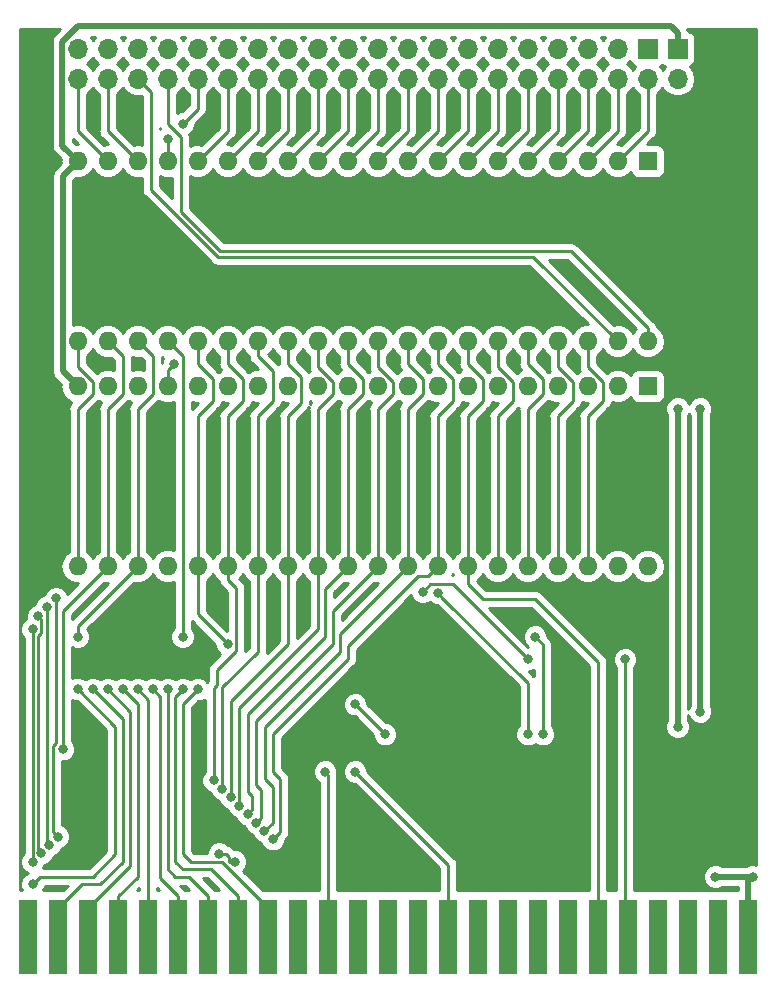
<source format=gbl>
%TF.GenerationSoftware,KiCad,Pcbnew,(5.0.0)*%
%TF.CreationDate,2018-09-17T08:33:24-07:00*%
%TF.ProjectId,6522,363532322E6B696361645F7063620000,0.1*%
%TF.SameCoordinates,PX6b302f8PY7fe6300*%
%TF.FileFunction,Copper,L2,Bot,Signal*%
%TF.FilePolarity,Positive*%
%FSLAX46Y46*%
G04 Gerber Fmt 4.6, Leading zero omitted, Abs format (unit mm)*
G04 Created by KiCad (PCBNEW (5.0.0)) date 09/17/18 08:33:24*
%MOMM*%
%LPD*%
G01*
G04 APERTURE LIST*
%ADD10R,1.524000X6.350000*%
%ADD11R,1.700000X1.700000*%
%ADD12O,1.700000X1.700000*%
%ADD13R,1.600000X1.600000*%
%ADD14O,1.600000X1.600000*%
%ADD15C,0.800000*%
%ADD16C,0.250000*%
%ADD17C,0.500000*%
%ADD18C,0.254000*%
G04 APERTURE END LIST*
D10*
X1397000Y3810000D03*
X3937000Y3810000D03*
X6477000Y3810000D03*
X9017000Y3810000D03*
X11557000Y3810000D03*
X14097000Y3810000D03*
X16637000Y3810000D03*
X19177000Y3810000D03*
X21717000Y3810000D03*
X24257000Y3810000D03*
X26797000Y3810000D03*
X29337000Y3810000D03*
X31877000Y3810000D03*
X34417000Y3810000D03*
X36957000Y3810000D03*
X39497000Y3810000D03*
X42037000Y3810000D03*
X44577000Y3810000D03*
X47117000Y3810000D03*
X49657000Y3810000D03*
X52197000Y3810000D03*
X54737000Y3810000D03*
X57277000Y3810000D03*
X59817000Y3810000D03*
X62357000Y3810000D03*
D11*
X53848000Y78994000D03*
D12*
X53848000Y76454000D03*
X51308000Y78994000D03*
X51308000Y76454000D03*
X48768000Y78994000D03*
X48768000Y76454000D03*
X46228000Y78994000D03*
X46228000Y76454000D03*
X43688000Y78994000D03*
X43688000Y76454000D03*
X41148000Y78994000D03*
X41148000Y76454000D03*
X38608000Y78994000D03*
X38608000Y76454000D03*
X36068000Y78994000D03*
X36068000Y76454000D03*
X33528000Y78994000D03*
X33528000Y76454000D03*
X30988000Y78994000D03*
X30988000Y76454000D03*
X28448000Y78994000D03*
X28448000Y76454000D03*
X25908000Y78994000D03*
X25908000Y76454000D03*
X23368000Y78994000D03*
X23368000Y76454000D03*
X20828000Y78994000D03*
X20828000Y76454000D03*
X18288000Y78994000D03*
X18288000Y76454000D03*
X15748000Y78994000D03*
X15748000Y76454000D03*
X13208000Y78994000D03*
X13208000Y76454000D03*
X10668000Y78994000D03*
X10668000Y76454000D03*
X8128000Y78994000D03*
X8128000Y76454000D03*
X5588000Y78994000D03*
X5588000Y76454000D03*
D13*
X53848000Y69469000D03*
D14*
X5588000Y54229000D03*
X51308000Y69469000D03*
X8128000Y54229000D03*
X48768000Y69469000D03*
X10668000Y54229000D03*
X46228000Y69469000D03*
X13208000Y54229000D03*
X43688000Y69469000D03*
X15748000Y54229000D03*
X41148000Y69469000D03*
X18288000Y54229000D03*
X38608000Y69469000D03*
X20828000Y54229000D03*
X36068000Y69469000D03*
X23368000Y54229000D03*
X33528000Y69469000D03*
X25908000Y54229000D03*
X30988000Y69469000D03*
X28448000Y54229000D03*
X28448000Y69469000D03*
X30988000Y54229000D03*
X25908000Y69469000D03*
X33528000Y54229000D03*
X23368000Y69469000D03*
X36068000Y54229000D03*
X20828000Y69469000D03*
X38608000Y54229000D03*
X18288000Y69469000D03*
X41148000Y54229000D03*
X15748000Y69469000D03*
X43688000Y54229000D03*
X13208000Y69469000D03*
X46228000Y54229000D03*
X10668000Y69469000D03*
X48768000Y54229000D03*
X8128000Y69469000D03*
X51308000Y54229000D03*
X5588000Y69469000D03*
X53848000Y54229000D03*
D11*
X56381542Y78977295D03*
D12*
X56381542Y76437295D03*
D14*
X53848000Y35179000D03*
X5588000Y50419000D03*
X51308000Y35179000D03*
X8128000Y50419000D03*
X48768000Y35179000D03*
X10668000Y50419000D03*
X46228000Y35179000D03*
X13208000Y50419000D03*
X43688000Y35179000D03*
X15748000Y50419000D03*
X41148000Y35179000D03*
X18288000Y50419000D03*
X38608000Y35179000D03*
X20828000Y50419000D03*
X36068000Y35179000D03*
X23368000Y50419000D03*
X33528000Y35179000D03*
X25908000Y50419000D03*
X30988000Y35179000D03*
X28448000Y50419000D03*
X28448000Y35179000D03*
X30988000Y50419000D03*
X25908000Y35179000D03*
X33528000Y50419000D03*
X23368000Y35179000D03*
X36068000Y50419000D03*
X20828000Y35179000D03*
X38608000Y50419000D03*
X18288000Y35179000D03*
X41148000Y50419000D03*
X15748000Y35179000D03*
X43688000Y50419000D03*
X13208000Y35179000D03*
X46228000Y50419000D03*
X10668000Y35179000D03*
X48768000Y50419000D03*
X8128000Y35179000D03*
X51308000Y50419000D03*
X5588000Y35179000D03*
D13*
X53848000Y50419000D03*
D15*
X13753000Y52324000D03*
X13208000Y71374000D03*
X14478000Y72644000D03*
X58293000Y48514000D03*
X58293000Y22860000D03*
X62738000Y8890000D03*
X59563000Y8890000D03*
X56388000Y48514000D03*
X56388000Y21590000D03*
X17557563Y10847827D03*
X18923000Y10160000D03*
X4318000Y19685000D03*
X43688000Y20955000D03*
X36068000Y32929990D03*
X3755115Y32475010D03*
X3920937Y12277294D03*
X2975885Y31750000D03*
X3201005Y11583233D03*
X2250884Y30952884D03*
X2503010Y10867115D03*
X1778000Y10160000D03*
X1778000Y29845000D03*
X1778000Y8255000D03*
X5588000Y24765000D03*
X5588000Y29210000D03*
X34798000Y33020000D03*
X43688000Y27305000D03*
X51943000Y27305000D03*
X29083000Y17780000D03*
X26543000Y17780000D03*
X15748000Y24765000D03*
X14478000Y24765000D03*
X13208000Y24765000D03*
X11938000Y24765000D03*
X10668000Y24765000D03*
X9398000Y24765000D03*
X8128000Y24765000D03*
X6858000Y24765000D03*
X22098000Y12065000D03*
X21390885Y12772115D03*
X20683770Y13479230D03*
X19976655Y14186345D03*
X19269540Y14893460D03*
X18544530Y15600927D03*
X17819520Y16316871D03*
X17094510Y17037414D03*
X44323000Y29210000D03*
X14478000Y29210000D03*
X44958000Y20955000D03*
X31623000Y20955000D03*
X29083000Y23495000D03*
X18288000Y28575000D03*
D16*
X13208000Y51779000D02*
X13753000Y52324000D01*
X13208000Y50419000D02*
X13208000Y51779000D01*
X53848000Y72009000D02*
X53848000Y76454000D01*
X51308000Y69469000D02*
X53848000Y72009000D01*
X51308000Y72009000D02*
X51308000Y76454000D01*
X48768000Y69469000D02*
X51308000Y72009000D01*
X48768000Y72009000D02*
X48768000Y76454000D01*
X46228000Y69469000D02*
X48768000Y72009000D01*
X46228000Y72009000D02*
X46228000Y76454000D01*
X43688000Y69469000D02*
X46228000Y72009000D01*
X43688000Y72009000D02*
X43688000Y76454000D01*
X41148000Y69469000D02*
X43688000Y72009000D01*
X41148000Y72009000D02*
X41148000Y76454000D01*
X38608000Y69469000D02*
X41148000Y72009000D01*
X38608000Y72009000D02*
X38608000Y76454000D01*
X36068000Y69469000D02*
X38608000Y72009000D01*
X36068000Y72009000D02*
X36068000Y76454000D01*
X33528000Y69469000D02*
X36068000Y72009000D01*
X33528000Y72009000D02*
X33528000Y76454000D01*
X30988000Y69469000D02*
X33528000Y72009000D01*
X30988000Y72009000D02*
X30988000Y76454000D01*
X28448000Y69469000D02*
X30988000Y72009000D01*
X28448000Y72009000D02*
X28448000Y76454000D01*
X25908000Y69469000D02*
X28448000Y72009000D01*
X25908000Y72009000D02*
X25908000Y76454000D01*
X23368000Y69469000D02*
X25908000Y72009000D01*
X23368000Y72009000D02*
X23368000Y76454000D01*
X20828000Y69469000D02*
X23368000Y72009000D01*
X20828000Y72009000D02*
X20828000Y76454000D01*
X18288000Y69469000D02*
X20828000Y72009000D01*
X18288000Y72009000D02*
X18288000Y76454000D01*
X15748000Y69469000D02*
X18288000Y72009000D01*
X14478000Y72644000D02*
X15748000Y73914000D01*
X15748000Y73914000D02*
X15748000Y76454000D01*
X13208000Y71374000D02*
X13208000Y69469000D01*
X53848000Y55360370D02*
X47359370Y61849000D01*
X53848000Y54229000D02*
X53848000Y55360370D01*
X47359370Y61849000D02*
X17653000Y61849000D01*
X17653000Y61849000D02*
X14333001Y65168999D01*
X14333001Y71518999D02*
X13208000Y72644000D01*
X14333001Y65168999D02*
X14333001Y71518999D01*
X13208000Y72644000D02*
X13208000Y76454000D01*
X11517999Y75604001D02*
X10668000Y76454000D01*
X11793001Y75328999D02*
X11517999Y75604001D01*
X11793001Y67072589D02*
X11793001Y75328999D01*
X17466599Y61398991D02*
X11793001Y67072589D01*
X44138010Y61398990D02*
X17466599Y61398991D01*
X51308000Y54229000D02*
X44138010Y61398990D01*
X8128000Y72009000D02*
X8128000Y76454000D01*
X10668000Y69469000D02*
X8128000Y72009000D01*
X5588000Y72009000D02*
X5588000Y76454000D01*
X8128000Y69469000D02*
X5588000Y72009000D01*
D17*
X4788001Y68669001D02*
X5588000Y69469000D01*
X4337999Y68218999D02*
X4788001Y68669001D01*
X5588000Y50419000D02*
X4337999Y51669001D01*
X4287999Y79598999D02*
X5588000Y80899000D01*
X56381542Y80327295D02*
X56381542Y78977295D01*
X55809837Y80899000D02*
X56381542Y80327295D01*
X5588000Y80899000D02*
X55809837Y80899000D01*
X58293000Y22860000D02*
X58293000Y48514000D01*
X4337999Y51669001D02*
X4337999Y68218999D01*
X4287999Y70769001D02*
X4287999Y79598999D01*
X5588000Y69469000D02*
X4287999Y70769001D01*
X62357000Y1905000D02*
X62357000Y8509000D01*
X62357000Y8509000D02*
X62738000Y8890000D01*
X59563000Y8890000D02*
X62738000Y8890000D01*
X56388000Y48514000D02*
X56388000Y21590000D01*
D16*
X18416410Y10160000D02*
X18923000Y10160000D01*
X18416410Y10160000D02*
X18416410Y10554665D01*
X18123248Y10847827D02*
X17557563Y10847827D01*
X18416410Y10554665D02*
X18123248Y10847827D01*
X4318000Y31369000D02*
X8128000Y35179000D01*
X4318000Y19685000D02*
X4318000Y31369000D01*
X9398000Y52959000D02*
X8128000Y54229000D01*
X9398000Y49784000D02*
X9398000Y52959000D01*
X8128000Y35179000D02*
X8128000Y48514000D01*
X8128000Y48514000D02*
X9398000Y49784000D01*
X43688000Y20955000D02*
X43688000Y25309990D01*
X36467999Y32529991D02*
X36068000Y32929990D01*
X43688000Y25309990D02*
X36467999Y32529991D01*
X41148000Y35179000D02*
X41148000Y47879000D01*
X41148000Y47879000D02*
X42418000Y49149000D01*
X42418000Y50814002D02*
X41148000Y52084002D01*
X42418000Y49149000D02*
X42418000Y50814002D01*
X3755115Y32475010D02*
X3755115Y20195117D01*
X3755115Y20195117D02*
X3520938Y19960940D01*
X3520938Y12677293D02*
X3920937Y12277294D01*
X3520938Y19960940D02*
X3520938Y12677293D01*
X41148000Y52084002D02*
X41148000Y54229000D01*
X2975885Y11808353D02*
X3201005Y11583233D01*
X2975885Y31750000D02*
X2975885Y11808353D01*
X43688000Y35179000D02*
X43688000Y48514000D01*
X43688000Y48514000D02*
X44958000Y49784000D01*
X44958000Y49784000D02*
X44958000Y51054000D01*
X44958000Y51054000D02*
X43688000Y52324000D01*
X43688000Y52324000D02*
X43688000Y54229000D01*
X2250884Y30952884D02*
X2503002Y30700766D01*
X2250884Y11119241D02*
X2503010Y10867115D01*
X2503002Y29496998D02*
X2250884Y29244880D01*
X2250884Y29244880D02*
X2250884Y11119241D01*
X2503002Y30700766D02*
X2503002Y29496998D01*
X46228000Y35179000D02*
X46228000Y47879000D01*
X46228000Y47879000D02*
X47498000Y49149000D01*
X47498000Y50814002D02*
X46228000Y52084002D01*
X47498000Y49149000D02*
X47498000Y50814002D01*
X46228000Y52084002D02*
X46228000Y54229000D01*
X1778000Y10160000D02*
X1778000Y29845000D01*
X48768000Y35179000D02*
X48768000Y47879000D01*
X48768000Y47879000D02*
X50038000Y49149000D01*
X50038000Y50814002D02*
X48768000Y52084002D01*
X50038000Y49149000D02*
X50038000Y50814002D01*
X48768000Y52084002D02*
X48768000Y54229000D01*
X1778000Y8255000D02*
X2413000Y8890000D01*
X2413000Y8890000D02*
X6858000Y8890000D01*
X6858000Y8890000D02*
X8763000Y10795000D01*
X8763000Y10795000D02*
X8763000Y21590000D01*
X8763000Y21590000D02*
X5588000Y24765000D01*
X5588000Y30099000D02*
X10668000Y35179000D01*
X5588000Y29210000D02*
X5588000Y30099000D01*
X11938000Y52959000D02*
X10668000Y54229000D01*
X11938000Y49784000D02*
X11938000Y52959000D01*
X10668000Y35179000D02*
X10668000Y48514000D01*
X10668000Y48514000D02*
X11938000Y49784000D01*
X34798000Y33020000D02*
X35433000Y33655000D01*
X35433000Y33655000D02*
X36703000Y33655000D01*
X36703000Y33655000D02*
X37338000Y33655000D01*
X37338000Y33655000D02*
X43688000Y27305000D01*
X51943000Y2159000D02*
X52197000Y1905000D01*
X51943000Y27305000D02*
X51943000Y2159000D01*
X5588000Y35179000D02*
X5588000Y48514000D01*
X5588000Y48514000D02*
X6858000Y49784000D01*
X6858000Y50814002D02*
X5588000Y52084002D01*
X6858000Y49784000D02*
X6858000Y50814002D01*
X5588000Y52084002D02*
X5588000Y54229000D01*
X38608000Y35179000D02*
X38608000Y47879000D01*
X38608000Y47879000D02*
X39878000Y49149000D01*
X39878000Y49149000D02*
X39878000Y51054000D01*
X39878000Y51054000D02*
X38608000Y52324000D01*
X38608000Y33655000D02*
X38608000Y35179000D01*
X44323000Y32385000D02*
X39878000Y32385000D01*
X39878000Y32385000D02*
X38608000Y33655000D01*
X49657000Y1905000D02*
X49657000Y27051000D01*
X49657000Y27051000D02*
X44323000Y32385000D01*
X38608000Y52324000D02*
X38608000Y54229000D01*
X36957000Y1905000D02*
X36957000Y9906000D01*
X36957000Y9906000D02*
X29083000Y17780000D01*
X26797000Y1905000D02*
X26797000Y17526000D01*
X26797000Y17526000D02*
X26543000Y17780000D01*
X21717000Y1905000D02*
X21717000Y6223000D01*
X14478000Y23495000D02*
X15348001Y24365001D01*
X21717000Y6223000D02*
X17817175Y10122825D01*
X15150175Y10122825D02*
X14478000Y10795000D01*
X15348001Y24365001D02*
X15748000Y24765000D01*
X14478000Y10795000D02*
X14478000Y23495000D01*
X17817175Y10122825D02*
X15150175Y10122825D01*
X19177000Y7235000D02*
X16887000Y9525000D01*
X19177000Y1905000D02*
X19177000Y7235000D01*
X16887000Y9525000D02*
X14478000Y9525000D01*
X14478000Y9525000D02*
X13843000Y10160000D01*
X13843000Y10160000D02*
X13843000Y24130000D01*
X13843000Y24130000D02*
X14478000Y24765000D01*
X16637000Y7235000D02*
X14982000Y8890000D01*
X16637000Y1905000D02*
X16637000Y7235000D01*
X14982000Y8890000D02*
X13843000Y8890000D01*
X13843000Y8890000D02*
X13208000Y9525000D01*
X13208000Y9525000D02*
X13208000Y24765000D01*
X14097000Y7235000D02*
X12573000Y8759000D01*
X14097000Y1905000D02*
X14097000Y7235000D01*
X12573000Y8759000D02*
X12573000Y24130000D01*
X12573000Y24130000D02*
X11938000Y24765000D01*
X11557000Y1905000D02*
X11557000Y23876000D01*
X11557000Y23876000D02*
X10668000Y24765000D01*
X9017000Y7235000D02*
X10668000Y8886000D01*
X9017000Y1905000D02*
X9017000Y7235000D01*
X10668000Y8886000D02*
X10668000Y22225000D01*
X10668000Y22225000D02*
X10668000Y23495000D01*
X10668000Y23495000D02*
X9398000Y24765000D01*
X6477000Y6223000D02*
X10033000Y9779000D01*
X6477000Y1905000D02*
X6477000Y6223000D01*
X10033000Y9779000D02*
X10033000Y22860000D01*
X10033000Y22860000D02*
X8128000Y24765000D01*
X3937000Y6223000D02*
X5969000Y8255000D01*
X3937000Y1905000D02*
X3937000Y6223000D01*
X5969000Y8255000D02*
X7493000Y8255000D01*
X7493000Y8255000D02*
X9398000Y10160000D01*
X9398000Y10160000D02*
X9398000Y22225000D01*
X9398000Y22225000D02*
X6858000Y24765000D01*
X22098000Y12065000D02*
X22733000Y12700000D01*
X22733000Y12700000D02*
X22733000Y17145000D01*
X22733000Y17145000D02*
X22098000Y17780000D01*
X22098000Y17780000D02*
X22098000Y20955000D01*
X22098000Y20955000D02*
X28448000Y27305000D01*
X36068000Y35179000D02*
X36068000Y47879000D01*
X36068000Y47879000D02*
X37338000Y49149000D01*
X37338000Y49149000D02*
X37338000Y51054000D01*
X37338000Y51054000D02*
X36068000Y52324000D01*
X34393003Y34379001D02*
X35268001Y34379001D01*
X28448000Y28433998D02*
X34393003Y34379001D01*
X35268001Y34379001D02*
X36068000Y35179000D01*
X28448000Y27305000D02*
X28448000Y28433998D01*
X36068000Y52324000D02*
X36068000Y54229000D01*
X33528000Y35179000D02*
X33528000Y48514000D01*
X33528000Y48514000D02*
X34798000Y49784000D01*
X34798000Y49784000D02*
X34798000Y51054000D01*
X34798000Y51054000D02*
X33528000Y52324000D01*
X22098000Y13479230D02*
X22098000Y16510000D01*
X21463000Y17145000D02*
X21463000Y21590000D01*
X21463000Y21590000D02*
X27813000Y27940000D01*
X21390885Y12772115D02*
X22098000Y13479230D01*
X22098000Y16510000D02*
X21463000Y17145000D01*
X27813000Y29464000D02*
X33528000Y35179000D01*
X27813000Y27940000D02*
X27813000Y29464000D01*
X33528000Y52324000D02*
X33528000Y54229000D01*
X21083769Y13879229D02*
X20683770Y13479230D01*
X20683770Y16654230D02*
X21083769Y16254231D01*
X21083769Y16254231D02*
X21083769Y13879229D01*
X27178000Y28575000D02*
X20683770Y22080770D01*
X20683770Y22080770D02*
X20683770Y16654230D01*
X30988000Y35179000D02*
X30988000Y48514000D01*
X30988000Y48514000D02*
X32258000Y49784000D01*
X32258000Y50814002D02*
X30988000Y52084002D01*
X32258000Y49784000D02*
X32258000Y50814002D01*
X27178000Y31369000D02*
X30988000Y35179000D01*
X27178000Y28575000D02*
X27178000Y31369000D01*
X30988000Y52084002D02*
X30988000Y54229000D01*
X20376654Y14586344D02*
X19976655Y14186345D01*
X26543000Y29210000D02*
X19976655Y22643655D01*
X19976655Y22643655D02*
X19976655Y16091345D01*
X19976655Y16091345D02*
X20376654Y15691346D01*
X20376654Y15691346D02*
X20376654Y14586344D01*
X28448000Y35179000D02*
X28448000Y48514000D01*
X28448000Y48514000D02*
X29718000Y49784000D01*
X29718000Y49784000D02*
X29718000Y51054000D01*
X29718000Y51054000D02*
X28448000Y52324000D01*
X26543000Y33274000D02*
X28448000Y35179000D01*
X26543000Y29210000D02*
X26543000Y33274000D01*
X28448000Y52324000D02*
X28448000Y54229000D01*
X19269540Y14893460D02*
X19269540Y23206540D01*
X19269540Y23206540D02*
X25908000Y29845000D01*
X25908000Y35179000D02*
X25908000Y48514000D01*
X25908000Y48514000D02*
X27178000Y49784000D01*
X27178000Y50814002D02*
X25908000Y52084002D01*
X27178000Y49784000D02*
X27178000Y50814002D01*
X25908000Y29845000D02*
X25908000Y35179000D01*
X25908000Y52084002D02*
X25908000Y54229000D01*
X18544530Y15600927D02*
X18544530Y23751530D01*
X23368000Y35179000D02*
X23368000Y47879000D01*
X24493001Y49004001D02*
X24493001Y51198999D01*
X23368000Y47879000D02*
X24493001Y49004001D01*
X24493001Y51198999D02*
X23368000Y52324000D01*
X18544530Y23751530D02*
X23368000Y28575000D01*
X23368000Y28575000D02*
X23368000Y35179000D01*
X23368000Y52324000D02*
X23368000Y54229000D01*
X22098000Y51689000D02*
X20828000Y52959000D01*
X22098000Y49149000D02*
X22098000Y51689000D01*
X20828000Y35179000D02*
X20828000Y47879000D01*
X20828000Y47879000D02*
X22098000Y49149000D01*
X20828000Y27940000D02*
X20828000Y35179000D01*
X17819520Y16316871D02*
X17819520Y24931520D01*
X17819520Y24931520D02*
X20828000Y27940000D01*
X20828000Y52959000D02*
X20828000Y54229000D01*
X17094510Y17037414D02*
X17094510Y24841510D01*
X18288000Y35179000D02*
X18288000Y47879000D01*
X18288000Y47879000D02*
X19558000Y49149000D01*
X19558000Y49149000D02*
X19558000Y51054000D01*
X19558000Y51054000D02*
X18288000Y52324000D01*
X17369510Y25116510D02*
X17369510Y26386510D01*
X17094510Y24841510D02*
X17369510Y25116510D01*
X18288000Y34047630D02*
X18288000Y35179000D01*
X19013001Y33322629D02*
X18288000Y34047630D01*
X19013001Y28030001D02*
X19013001Y33322629D01*
X17369510Y26386510D02*
X19013001Y28030001D01*
X18288000Y52324000D02*
X18288000Y54229000D01*
X14478000Y52959000D02*
X13208000Y54229000D01*
X44958000Y28575000D02*
X44323000Y29210000D01*
X44958000Y20955000D02*
X44958000Y28575000D01*
X14478000Y29210000D02*
X14478000Y52959000D01*
X31623000Y20955000D02*
X29083000Y23495000D01*
X15748000Y31115000D02*
X18288000Y28575000D01*
X15748000Y35179000D02*
X15748000Y47879000D01*
X15748000Y47879000D02*
X17018000Y49149000D01*
X17018000Y49149000D02*
X17018000Y51054000D01*
X17018000Y51054000D02*
X15748000Y52324000D01*
X15748000Y31115000D02*
X15748000Y35179000D01*
X15748000Y52324000D02*
X15748000Y54229000D01*
D18*
G36*
X3723844Y80286422D02*
X3649951Y80237048D01*
X3600577Y80163155D01*
X3600575Y80163153D01*
X3454347Y79944308D01*
X3385662Y79598999D01*
X3403000Y79511834D01*
X3402999Y70856162D01*
X3385662Y70769001D01*
X3402999Y70681840D01*
X3402999Y70681837D01*
X3454347Y70423692D01*
X3649950Y70130952D01*
X3723846Y70081576D01*
X4159983Y69645439D01*
X4124887Y69469000D01*
X4159983Y69292561D01*
X3773844Y68906422D01*
X3699951Y68857048D01*
X3650577Y68783155D01*
X3650575Y68783153D01*
X3504347Y68564308D01*
X3435662Y68218999D01*
X3453000Y68131833D01*
X3452999Y51756162D01*
X3435662Y51669001D01*
X3452999Y51581840D01*
X3452999Y51581837D01*
X3504347Y51323692D01*
X3699950Y51030952D01*
X3773846Y50981576D01*
X4159983Y50595439D01*
X4124887Y50419000D01*
X4236260Y49859091D01*
X4553423Y49384423D01*
X5028091Y49067260D01*
X5043472Y49064201D01*
X5040072Y49061929D01*
X4997672Y48998473D01*
X4997671Y48998472D01*
X4872097Y48810537D01*
X4813112Y48514000D01*
X4828001Y48439148D01*
X4828000Y36397044D01*
X4553423Y36213577D01*
X4236260Y35738909D01*
X4124887Y35179000D01*
X4236260Y34619091D01*
X4553423Y34144423D01*
X5028091Y33827260D01*
X5446667Y33744000D01*
X5618199Y33744000D01*
X4721276Y32847077D01*
X4632546Y33061290D01*
X4341395Y33352441D01*
X3960989Y33510010D01*
X3549241Y33510010D01*
X3168835Y33352441D01*
X2877684Y33061290D01*
X2761839Y32781615D01*
X2389605Y32627431D01*
X2098454Y32336280D01*
X1940885Y31955874D01*
X1940885Y31944754D01*
X1664604Y31830315D01*
X1373453Y31539164D01*
X1215884Y31158758D01*
X1215884Y30747010D01*
X1221035Y30734574D01*
X1191720Y30722431D01*
X900569Y30431280D01*
X743000Y30050874D01*
X743000Y29639126D01*
X900569Y29258720D01*
X1018001Y29141288D01*
X1018000Y10863711D01*
X900569Y10746280D01*
X743000Y10365874D01*
X743000Y9954126D01*
X900569Y9573720D01*
X1191720Y9282569D01*
X1372953Y9207500D01*
X1191720Y9132431D01*
X900569Y8841280D01*
X743000Y8460874D01*
X743000Y8049126D01*
X868144Y7747000D01*
X710000Y7747000D01*
X710000Y80697000D01*
X4134422Y80697000D01*
X3723844Y80286422D01*
X3723844Y80286422D01*
G37*
X3723844Y80286422D02*
X3649951Y80237048D01*
X3600577Y80163155D01*
X3600575Y80163153D01*
X3454347Y79944308D01*
X3385662Y79598999D01*
X3403000Y79511834D01*
X3402999Y70856162D01*
X3385662Y70769001D01*
X3402999Y70681840D01*
X3402999Y70681837D01*
X3454347Y70423692D01*
X3649950Y70130952D01*
X3723846Y70081576D01*
X4159983Y69645439D01*
X4124887Y69469000D01*
X4159983Y69292561D01*
X3773844Y68906422D01*
X3699951Y68857048D01*
X3650577Y68783155D01*
X3650575Y68783153D01*
X3504347Y68564308D01*
X3435662Y68218999D01*
X3453000Y68131833D01*
X3452999Y51756162D01*
X3435662Y51669001D01*
X3452999Y51581840D01*
X3452999Y51581837D01*
X3504347Y51323692D01*
X3699950Y51030952D01*
X3773846Y50981576D01*
X4159983Y50595439D01*
X4124887Y50419000D01*
X4236260Y49859091D01*
X4553423Y49384423D01*
X5028091Y49067260D01*
X5043472Y49064201D01*
X5040072Y49061929D01*
X4997672Y48998473D01*
X4997671Y48998472D01*
X4872097Y48810537D01*
X4813112Y48514000D01*
X4828001Y48439148D01*
X4828000Y36397044D01*
X4553423Y36213577D01*
X4236260Y35738909D01*
X4124887Y35179000D01*
X4236260Y34619091D01*
X4553423Y34144423D01*
X5028091Y33827260D01*
X5446667Y33744000D01*
X5618199Y33744000D01*
X4721276Y32847077D01*
X4632546Y33061290D01*
X4341395Y33352441D01*
X3960989Y33510010D01*
X3549241Y33510010D01*
X3168835Y33352441D01*
X2877684Y33061290D01*
X2761839Y32781615D01*
X2389605Y32627431D01*
X2098454Y32336280D01*
X1940885Y31955874D01*
X1940885Y31944754D01*
X1664604Y31830315D01*
X1373453Y31539164D01*
X1215884Y31158758D01*
X1215884Y30747010D01*
X1221035Y30734574D01*
X1191720Y30722431D01*
X900569Y30431280D01*
X743000Y30050874D01*
X743000Y29639126D01*
X900569Y29258720D01*
X1018001Y29141288D01*
X1018000Y10863711D01*
X900569Y10746280D01*
X743000Y10365874D01*
X743000Y9954126D01*
X900569Y9573720D01*
X1191720Y9282569D01*
X1372953Y9207500D01*
X1191720Y9132431D01*
X900569Y8841280D01*
X743000Y8460874D01*
X743000Y8049126D01*
X868144Y7747000D01*
X710000Y7747000D01*
X710000Y80697000D01*
X4134422Y80697000D01*
X3723844Y80286422D01*
G36*
X63044000Y9883526D02*
X62943874Y9925000D01*
X62532126Y9925000D01*
X62169993Y9775000D01*
X60131007Y9775000D01*
X59768874Y9925000D01*
X59357126Y9925000D01*
X58976720Y9767431D01*
X58685569Y9476280D01*
X58528000Y9095874D01*
X58528000Y8684126D01*
X58685569Y8303720D01*
X58976720Y8012569D01*
X59357126Y7855000D01*
X59768874Y7855000D01*
X60131007Y8005000D01*
X61472001Y8005000D01*
X61472001Y7747000D01*
X52703000Y7747000D01*
X52703000Y26601289D01*
X52820431Y26718720D01*
X52978000Y27099126D01*
X52978000Y27510874D01*
X52820431Y27891280D01*
X52529280Y28182431D01*
X52148874Y28340000D01*
X51737126Y28340000D01*
X51356720Y28182431D01*
X51065569Y27891280D01*
X50908000Y27510874D01*
X50908000Y27099126D01*
X51065569Y26718720D01*
X51183000Y26601289D01*
X51183001Y7747000D01*
X50417000Y7747000D01*
X50417000Y26976154D01*
X50431888Y27051001D01*
X50417000Y27125848D01*
X50417000Y27125852D01*
X50372904Y27347537D01*
X50204929Y27598929D01*
X50141473Y27641329D01*
X44913331Y32869470D01*
X44870929Y32932929D01*
X44619537Y33100904D01*
X44397852Y33145000D01*
X44397847Y33145000D01*
X44323000Y33159888D01*
X44248153Y33145000D01*
X40192802Y33145000D01*
X39373302Y33964499D01*
X39642577Y34144423D01*
X39878000Y34496758D01*
X40113423Y34144423D01*
X40588091Y33827260D01*
X41006667Y33744000D01*
X41289333Y33744000D01*
X41707909Y33827260D01*
X42182577Y34144423D01*
X42418000Y34496758D01*
X42653423Y34144423D01*
X43128091Y33827260D01*
X43546667Y33744000D01*
X43829333Y33744000D01*
X44247909Y33827260D01*
X44722577Y34144423D01*
X44958000Y34496758D01*
X45193423Y34144423D01*
X45668091Y33827260D01*
X46086667Y33744000D01*
X46369333Y33744000D01*
X46787909Y33827260D01*
X47262577Y34144423D01*
X47498000Y34496758D01*
X47733423Y34144423D01*
X48208091Y33827260D01*
X48626667Y33744000D01*
X48909333Y33744000D01*
X49327909Y33827260D01*
X49802577Y34144423D01*
X50038000Y34496758D01*
X50273423Y34144423D01*
X50748091Y33827260D01*
X51166667Y33744000D01*
X51449333Y33744000D01*
X51867909Y33827260D01*
X52342577Y34144423D01*
X52578000Y34496758D01*
X52813423Y34144423D01*
X53288091Y33827260D01*
X53706667Y33744000D01*
X53989333Y33744000D01*
X54407909Y33827260D01*
X54882577Y34144423D01*
X55199740Y34619091D01*
X55311113Y35179000D01*
X55199740Y35738909D01*
X54882577Y36213577D01*
X54407909Y36530740D01*
X53989333Y36614000D01*
X53706667Y36614000D01*
X53288091Y36530740D01*
X52813423Y36213577D01*
X52578000Y35861242D01*
X52342577Y36213577D01*
X51867909Y36530740D01*
X51449333Y36614000D01*
X51166667Y36614000D01*
X50748091Y36530740D01*
X50273423Y36213577D01*
X50038000Y35861242D01*
X49802577Y36213577D01*
X49528000Y36397043D01*
X49528000Y47564199D01*
X50522473Y48558671D01*
X50585929Y48601071D01*
X50665310Y48719874D01*
X55353000Y48719874D01*
X55353000Y48308126D01*
X55503000Y47945993D01*
X55503001Y22158009D01*
X55353000Y21795874D01*
X55353000Y21384126D01*
X55510569Y21003720D01*
X55801720Y20712569D01*
X56182126Y20555000D01*
X56593874Y20555000D01*
X56974280Y20712569D01*
X57265431Y21003720D01*
X57423000Y21384126D01*
X57423000Y21795874D01*
X57273000Y22158007D01*
X57273000Y22617913D01*
X57415569Y22273720D01*
X57706720Y21982569D01*
X58087126Y21825000D01*
X58498874Y21825000D01*
X58879280Y21982569D01*
X59170431Y22273720D01*
X59328000Y22654126D01*
X59328000Y23065874D01*
X59178000Y23428007D01*
X59178000Y47945993D01*
X59328000Y48308126D01*
X59328000Y48719874D01*
X59170431Y49100280D01*
X58879280Y49391431D01*
X58498874Y49549000D01*
X58087126Y49549000D01*
X57706720Y49391431D01*
X57415569Y49100280D01*
X57340500Y48919047D01*
X57265431Y49100280D01*
X56974280Y49391431D01*
X56593874Y49549000D01*
X56182126Y49549000D01*
X55801720Y49391431D01*
X55510569Y49100280D01*
X55353000Y48719874D01*
X50665310Y48719874D01*
X50753904Y48852463D01*
X50794782Y49057972D01*
X51166667Y48984000D01*
X51449333Y48984000D01*
X51867909Y49067260D01*
X52342577Y49384423D01*
X52423215Y49505106D01*
X52449843Y49371235D01*
X52590191Y49161191D01*
X52800235Y49020843D01*
X53048000Y48971560D01*
X54648000Y48971560D01*
X54895765Y49020843D01*
X55105809Y49161191D01*
X55246157Y49371235D01*
X55295440Y49619000D01*
X55295440Y51219000D01*
X55246157Y51466765D01*
X55105809Y51676809D01*
X54895765Y51817157D01*
X54648000Y51866440D01*
X53048000Y51866440D01*
X52800235Y51817157D01*
X52590191Y51676809D01*
X52449843Y51466765D01*
X52423215Y51332894D01*
X52342577Y51453577D01*
X51867909Y51770740D01*
X51449333Y51854000D01*
X51166667Y51854000D01*
X50748091Y51770740D01*
X50393197Y51533607D01*
X49528000Y52398803D01*
X49528000Y53010957D01*
X49802577Y53194423D01*
X50038000Y53546758D01*
X50273423Y53194423D01*
X50748091Y52877260D01*
X51166667Y52794000D01*
X51449333Y52794000D01*
X51867909Y52877260D01*
X52342577Y53194423D01*
X52578000Y53546758D01*
X52813423Y53194423D01*
X53288091Y52877260D01*
X53706667Y52794000D01*
X53989333Y52794000D01*
X54407909Y52877260D01*
X54882577Y53194423D01*
X55199740Y53669091D01*
X55311113Y54229000D01*
X55199740Y54788909D01*
X54882577Y55263577D01*
X54605288Y55448855D01*
X54563904Y55656907D01*
X54395929Y55908299D01*
X54332473Y55950699D01*
X47949701Y62333470D01*
X47907299Y62396929D01*
X47655907Y62564904D01*
X47434222Y62609000D01*
X47434217Y62609000D01*
X47359370Y62623888D01*
X47284523Y62609000D01*
X17967802Y62609000D01*
X15093001Y65483800D01*
X15093001Y68180797D01*
X15188091Y68117260D01*
X15606667Y68034000D01*
X15889333Y68034000D01*
X16307909Y68117260D01*
X16782577Y68434423D01*
X17018000Y68786758D01*
X17253423Y68434423D01*
X17728091Y68117260D01*
X18146667Y68034000D01*
X18429333Y68034000D01*
X18847909Y68117260D01*
X19322577Y68434423D01*
X19558000Y68786758D01*
X19793423Y68434423D01*
X20268091Y68117260D01*
X20686667Y68034000D01*
X20969333Y68034000D01*
X21387909Y68117260D01*
X21862577Y68434423D01*
X22098000Y68786758D01*
X22333423Y68434423D01*
X22808091Y68117260D01*
X23226667Y68034000D01*
X23509333Y68034000D01*
X23927909Y68117260D01*
X24402577Y68434423D01*
X24638000Y68786758D01*
X24873423Y68434423D01*
X25348091Y68117260D01*
X25766667Y68034000D01*
X26049333Y68034000D01*
X26467909Y68117260D01*
X26942577Y68434423D01*
X27178000Y68786758D01*
X27413423Y68434423D01*
X27888091Y68117260D01*
X28306667Y68034000D01*
X28589333Y68034000D01*
X29007909Y68117260D01*
X29482577Y68434423D01*
X29718000Y68786758D01*
X29953423Y68434423D01*
X30428091Y68117260D01*
X30846667Y68034000D01*
X31129333Y68034000D01*
X31547909Y68117260D01*
X32022577Y68434423D01*
X32258000Y68786758D01*
X32493423Y68434423D01*
X32968091Y68117260D01*
X33386667Y68034000D01*
X33669333Y68034000D01*
X34087909Y68117260D01*
X34562577Y68434423D01*
X34798000Y68786758D01*
X35033423Y68434423D01*
X35508091Y68117260D01*
X35926667Y68034000D01*
X36209333Y68034000D01*
X36627909Y68117260D01*
X37102577Y68434423D01*
X37338000Y68786758D01*
X37573423Y68434423D01*
X38048091Y68117260D01*
X38466667Y68034000D01*
X38749333Y68034000D01*
X39167909Y68117260D01*
X39642577Y68434423D01*
X39878000Y68786758D01*
X40113423Y68434423D01*
X40588091Y68117260D01*
X41006667Y68034000D01*
X41289333Y68034000D01*
X41707909Y68117260D01*
X42182577Y68434423D01*
X42418000Y68786758D01*
X42653423Y68434423D01*
X43128091Y68117260D01*
X43546667Y68034000D01*
X43829333Y68034000D01*
X44247909Y68117260D01*
X44722577Y68434423D01*
X44958000Y68786758D01*
X45193423Y68434423D01*
X45668091Y68117260D01*
X46086667Y68034000D01*
X46369333Y68034000D01*
X46787909Y68117260D01*
X47262577Y68434423D01*
X47498000Y68786758D01*
X47733423Y68434423D01*
X48208091Y68117260D01*
X48626667Y68034000D01*
X48909333Y68034000D01*
X49327909Y68117260D01*
X49802577Y68434423D01*
X50038000Y68786758D01*
X50273423Y68434423D01*
X50748091Y68117260D01*
X51166667Y68034000D01*
X51449333Y68034000D01*
X51867909Y68117260D01*
X52342577Y68434423D01*
X52423215Y68555106D01*
X52449843Y68421235D01*
X52590191Y68211191D01*
X52800235Y68070843D01*
X53048000Y68021560D01*
X54648000Y68021560D01*
X54895765Y68070843D01*
X55105809Y68211191D01*
X55246157Y68421235D01*
X55295440Y68669000D01*
X55295440Y70269000D01*
X55246157Y70516765D01*
X55105809Y70726809D01*
X54895765Y70867157D01*
X54648000Y70916440D01*
X53830243Y70916440D01*
X54332476Y71418673D01*
X54395929Y71461071D01*
X54438327Y71524524D01*
X54438329Y71524526D01*
X54563903Y71712462D01*
X54563904Y71712463D01*
X54608000Y71934148D01*
X54608000Y71934152D01*
X54622888Y72008999D01*
X54608000Y72083846D01*
X54608000Y75175822D01*
X54918625Y75383375D01*
X55109190Y75668576D01*
X55310917Y75366670D01*
X55802124Y75038456D01*
X56235286Y74952295D01*
X56527798Y74952295D01*
X56960960Y75038456D01*
X57452167Y75366670D01*
X57780381Y75857877D01*
X57895634Y76437295D01*
X57780381Y77016713D01*
X57452167Y77507920D01*
X57433923Y77520111D01*
X57479307Y77529138D01*
X57689351Y77669486D01*
X57829699Y77879530D01*
X57878982Y78127295D01*
X57878982Y79827295D01*
X57829699Y80075060D01*
X57689351Y80285104D01*
X57479307Y80425452D01*
X57255501Y80469969D01*
X57215194Y80672605D01*
X57198894Y80697000D01*
X63044001Y80697000D01*
X63044000Y9883526D01*
X63044000Y9883526D01*
G37*
X63044000Y9883526D02*
X62943874Y9925000D01*
X62532126Y9925000D01*
X62169993Y9775000D01*
X60131007Y9775000D01*
X59768874Y9925000D01*
X59357126Y9925000D01*
X58976720Y9767431D01*
X58685569Y9476280D01*
X58528000Y9095874D01*
X58528000Y8684126D01*
X58685569Y8303720D01*
X58976720Y8012569D01*
X59357126Y7855000D01*
X59768874Y7855000D01*
X60131007Y8005000D01*
X61472001Y8005000D01*
X61472001Y7747000D01*
X52703000Y7747000D01*
X52703000Y26601289D01*
X52820431Y26718720D01*
X52978000Y27099126D01*
X52978000Y27510874D01*
X52820431Y27891280D01*
X52529280Y28182431D01*
X52148874Y28340000D01*
X51737126Y28340000D01*
X51356720Y28182431D01*
X51065569Y27891280D01*
X50908000Y27510874D01*
X50908000Y27099126D01*
X51065569Y26718720D01*
X51183000Y26601289D01*
X51183001Y7747000D01*
X50417000Y7747000D01*
X50417000Y26976154D01*
X50431888Y27051001D01*
X50417000Y27125848D01*
X50417000Y27125852D01*
X50372904Y27347537D01*
X50204929Y27598929D01*
X50141473Y27641329D01*
X44913331Y32869470D01*
X44870929Y32932929D01*
X44619537Y33100904D01*
X44397852Y33145000D01*
X44397847Y33145000D01*
X44323000Y33159888D01*
X44248153Y33145000D01*
X40192802Y33145000D01*
X39373302Y33964499D01*
X39642577Y34144423D01*
X39878000Y34496758D01*
X40113423Y34144423D01*
X40588091Y33827260D01*
X41006667Y33744000D01*
X41289333Y33744000D01*
X41707909Y33827260D01*
X42182577Y34144423D01*
X42418000Y34496758D01*
X42653423Y34144423D01*
X43128091Y33827260D01*
X43546667Y33744000D01*
X43829333Y33744000D01*
X44247909Y33827260D01*
X44722577Y34144423D01*
X44958000Y34496758D01*
X45193423Y34144423D01*
X45668091Y33827260D01*
X46086667Y33744000D01*
X46369333Y33744000D01*
X46787909Y33827260D01*
X47262577Y34144423D01*
X47498000Y34496758D01*
X47733423Y34144423D01*
X48208091Y33827260D01*
X48626667Y33744000D01*
X48909333Y33744000D01*
X49327909Y33827260D01*
X49802577Y34144423D01*
X50038000Y34496758D01*
X50273423Y34144423D01*
X50748091Y33827260D01*
X51166667Y33744000D01*
X51449333Y33744000D01*
X51867909Y33827260D01*
X52342577Y34144423D01*
X52578000Y34496758D01*
X52813423Y34144423D01*
X53288091Y33827260D01*
X53706667Y33744000D01*
X53989333Y33744000D01*
X54407909Y33827260D01*
X54882577Y34144423D01*
X55199740Y34619091D01*
X55311113Y35179000D01*
X55199740Y35738909D01*
X54882577Y36213577D01*
X54407909Y36530740D01*
X53989333Y36614000D01*
X53706667Y36614000D01*
X53288091Y36530740D01*
X52813423Y36213577D01*
X52578000Y35861242D01*
X52342577Y36213577D01*
X51867909Y36530740D01*
X51449333Y36614000D01*
X51166667Y36614000D01*
X50748091Y36530740D01*
X50273423Y36213577D01*
X50038000Y35861242D01*
X49802577Y36213577D01*
X49528000Y36397043D01*
X49528000Y47564199D01*
X50522473Y48558671D01*
X50585929Y48601071D01*
X50665310Y48719874D01*
X55353000Y48719874D01*
X55353000Y48308126D01*
X55503000Y47945993D01*
X55503001Y22158009D01*
X55353000Y21795874D01*
X55353000Y21384126D01*
X55510569Y21003720D01*
X55801720Y20712569D01*
X56182126Y20555000D01*
X56593874Y20555000D01*
X56974280Y20712569D01*
X57265431Y21003720D01*
X57423000Y21384126D01*
X57423000Y21795874D01*
X57273000Y22158007D01*
X57273000Y22617913D01*
X57415569Y22273720D01*
X57706720Y21982569D01*
X58087126Y21825000D01*
X58498874Y21825000D01*
X58879280Y21982569D01*
X59170431Y22273720D01*
X59328000Y22654126D01*
X59328000Y23065874D01*
X59178000Y23428007D01*
X59178000Y47945993D01*
X59328000Y48308126D01*
X59328000Y48719874D01*
X59170431Y49100280D01*
X58879280Y49391431D01*
X58498874Y49549000D01*
X58087126Y49549000D01*
X57706720Y49391431D01*
X57415569Y49100280D01*
X57340500Y48919047D01*
X57265431Y49100280D01*
X56974280Y49391431D01*
X56593874Y49549000D01*
X56182126Y49549000D01*
X55801720Y49391431D01*
X55510569Y49100280D01*
X55353000Y48719874D01*
X50665310Y48719874D01*
X50753904Y48852463D01*
X50794782Y49057972D01*
X51166667Y48984000D01*
X51449333Y48984000D01*
X51867909Y49067260D01*
X52342577Y49384423D01*
X52423215Y49505106D01*
X52449843Y49371235D01*
X52590191Y49161191D01*
X52800235Y49020843D01*
X53048000Y48971560D01*
X54648000Y48971560D01*
X54895765Y49020843D01*
X55105809Y49161191D01*
X55246157Y49371235D01*
X55295440Y49619000D01*
X55295440Y51219000D01*
X55246157Y51466765D01*
X55105809Y51676809D01*
X54895765Y51817157D01*
X54648000Y51866440D01*
X53048000Y51866440D01*
X52800235Y51817157D01*
X52590191Y51676809D01*
X52449843Y51466765D01*
X52423215Y51332894D01*
X52342577Y51453577D01*
X51867909Y51770740D01*
X51449333Y51854000D01*
X51166667Y51854000D01*
X50748091Y51770740D01*
X50393197Y51533607D01*
X49528000Y52398803D01*
X49528000Y53010957D01*
X49802577Y53194423D01*
X50038000Y53546758D01*
X50273423Y53194423D01*
X50748091Y52877260D01*
X51166667Y52794000D01*
X51449333Y52794000D01*
X51867909Y52877260D01*
X52342577Y53194423D01*
X52578000Y53546758D01*
X52813423Y53194423D01*
X53288091Y52877260D01*
X53706667Y52794000D01*
X53989333Y52794000D01*
X54407909Y52877260D01*
X54882577Y53194423D01*
X55199740Y53669091D01*
X55311113Y54229000D01*
X55199740Y54788909D01*
X54882577Y55263577D01*
X54605288Y55448855D01*
X54563904Y55656907D01*
X54395929Y55908299D01*
X54332473Y55950699D01*
X47949701Y62333470D01*
X47907299Y62396929D01*
X47655907Y62564904D01*
X47434222Y62609000D01*
X47434217Y62609000D01*
X47359370Y62623888D01*
X47284523Y62609000D01*
X17967802Y62609000D01*
X15093001Y65483800D01*
X15093001Y68180797D01*
X15188091Y68117260D01*
X15606667Y68034000D01*
X15889333Y68034000D01*
X16307909Y68117260D01*
X16782577Y68434423D01*
X17018000Y68786758D01*
X17253423Y68434423D01*
X17728091Y68117260D01*
X18146667Y68034000D01*
X18429333Y68034000D01*
X18847909Y68117260D01*
X19322577Y68434423D01*
X19558000Y68786758D01*
X19793423Y68434423D01*
X20268091Y68117260D01*
X20686667Y68034000D01*
X20969333Y68034000D01*
X21387909Y68117260D01*
X21862577Y68434423D01*
X22098000Y68786758D01*
X22333423Y68434423D01*
X22808091Y68117260D01*
X23226667Y68034000D01*
X23509333Y68034000D01*
X23927909Y68117260D01*
X24402577Y68434423D01*
X24638000Y68786758D01*
X24873423Y68434423D01*
X25348091Y68117260D01*
X25766667Y68034000D01*
X26049333Y68034000D01*
X26467909Y68117260D01*
X26942577Y68434423D01*
X27178000Y68786758D01*
X27413423Y68434423D01*
X27888091Y68117260D01*
X28306667Y68034000D01*
X28589333Y68034000D01*
X29007909Y68117260D01*
X29482577Y68434423D01*
X29718000Y68786758D01*
X29953423Y68434423D01*
X30428091Y68117260D01*
X30846667Y68034000D01*
X31129333Y68034000D01*
X31547909Y68117260D01*
X32022577Y68434423D01*
X32258000Y68786758D01*
X32493423Y68434423D01*
X32968091Y68117260D01*
X33386667Y68034000D01*
X33669333Y68034000D01*
X34087909Y68117260D01*
X34562577Y68434423D01*
X34798000Y68786758D01*
X35033423Y68434423D01*
X35508091Y68117260D01*
X35926667Y68034000D01*
X36209333Y68034000D01*
X36627909Y68117260D01*
X37102577Y68434423D01*
X37338000Y68786758D01*
X37573423Y68434423D01*
X38048091Y68117260D01*
X38466667Y68034000D01*
X38749333Y68034000D01*
X39167909Y68117260D01*
X39642577Y68434423D01*
X39878000Y68786758D01*
X40113423Y68434423D01*
X40588091Y68117260D01*
X41006667Y68034000D01*
X41289333Y68034000D01*
X41707909Y68117260D01*
X42182577Y68434423D01*
X42418000Y68786758D01*
X42653423Y68434423D01*
X43128091Y68117260D01*
X43546667Y68034000D01*
X43829333Y68034000D01*
X44247909Y68117260D01*
X44722577Y68434423D01*
X44958000Y68786758D01*
X45193423Y68434423D01*
X45668091Y68117260D01*
X46086667Y68034000D01*
X46369333Y68034000D01*
X46787909Y68117260D01*
X47262577Y68434423D01*
X47498000Y68786758D01*
X47733423Y68434423D01*
X48208091Y68117260D01*
X48626667Y68034000D01*
X48909333Y68034000D01*
X49327909Y68117260D01*
X49802577Y68434423D01*
X50038000Y68786758D01*
X50273423Y68434423D01*
X50748091Y68117260D01*
X51166667Y68034000D01*
X51449333Y68034000D01*
X51867909Y68117260D01*
X52342577Y68434423D01*
X52423215Y68555106D01*
X52449843Y68421235D01*
X52590191Y68211191D01*
X52800235Y68070843D01*
X53048000Y68021560D01*
X54648000Y68021560D01*
X54895765Y68070843D01*
X55105809Y68211191D01*
X55246157Y68421235D01*
X55295440Y68669000D01*
X55295440Y70269000D01*
X55246157Y70516765D01*
X55105809Y70726809D01*
X54895765Y70867157D01*
X54648000Y70916440D01*
X53830243Y70916440D01*
X54332476Y71418673D01*
X54395929Y71461071D01*
X54438327Y71524524D01*
X54438329Y71524526D01*
X54563903Y71712462D01*
X54563904Y71712463D01*
X54608000Y71934148D01*
X54608000Y71934152D01*
X54622888Y72008999D01*
X54608000Y72083846D01*
X54608000Y75175822D01*
X54918625Y75383375D01*
X55109190Y75668576D01*
X55310917Y75366670D01*
X55802124Y75038456D01*
X56235286Y74952295D01*
X56527798Y74952295D01*
X56960960Y75038456D01*
X57452167Y75366670D01*
X57780381Y75857877D01*
X57895634Y76437295D01*
X57780381Y77016713D01*
X57452167Y77507920D01*
X57433923Y77520111D01*
X57479307Y77529138D01*
X57689351Y77669486D01*
X57829699Y77879530D01*
X57878982Y78127295D01*
X57878982Y79827295D01*
X57829699Y80075060D01*
X57689351Y80285104D01*
X57479307Y80425452D01*
X57255501Y80469969D01*
X57215194Y80672605D01*
X57198894Y80697000D01*
X63044001Y80697000D01*
X63044000Y9883526D01*
G36*
X57408001Y47945991D02*
X57408000Y23428007D01*
X57273000Y23102087D01*
X57273000Y47945993D01*
X57340500Y48108953D01*
X57408001Y47945991D01*
X57408001Y47945991D01*
G37*
X57408001Y47945991D02*
X57408000Y23428007D01*
X57273000Y23102087D01*
X57273000Y47945993D01*
X57340500Y48108953D01*
X57408001Y47945991D01*
G36*
X33920569Y32433720D02*
X34211720Y32142569D01*
X34592126Y31985000D01*
X35003874Y31985000D01*
X35384280Y32142569D01*
X35387995Y32146284D01*
X35481720Y32052559D01*
X35862126Y31894990D01*
X36028199Y31894990D01*
X42928001Y24995186D01*
X42928000Y21658711D01*
X42810569Y21541280D01*
X42653000Y21160874D01*
X42653000Y20749126D01*
X42810569Y20368720D01*
X43101720Y20077569D01*
X43482126Y19920000D01*
X43893874Y19920000D01*
X44274280Y20077569D01*
X44323000Y20126289D01*
X44371720Y20077569D01*
X44752126Y19920000D01*
X45163874Y19920000D01*
X45544280Y20077569D01*
X45835431Y20368720D01*
X45993000Y20749126D01*
X45993000Y21160874D01*
X45835431Y21541280D01*
X45718000Y21658711D01*
X45718000Y28500152D01*
X45732888Y28575000D01*
X45718000Y28649848D01*
X45718000Y28649852D01*
X45673904Y28871537D01*
X45505929Y29122929D01*
X45442473Y29165329D01*
X45358000Y29249802D01*
X45358000Y29415874D01*
X45200431Y29796280D01*
X44909280Y30087431D01*
X44528874Y30245000D01*
X44117126Y30245000D01*
X43736720Y30087431D01*
X43445569Y29796280D01*
X43288000Y29415874D01*
X43288000Y29004126D01*
X43445569Y28623720D01*
X43729289Y28340000D01*
X43727802Y28340000D01*
X40442801Y31625000D01*
X44008199Y31625000D01*
X48897001Y26736197D01*
X48897000Y7747000D01*
X37717000Y7747000D01*
X37717000Y9831152D01*
X37731888Y9906000D01*
X37717000Y9980848D01*
X37717000Y9980852D01*
X37672904Y10202537D01*
X37504929Y10453929D01*
X37441473Y10496329D01*
X30118000Y17819801D01*
X30118000Y17985874D01*
X29960431Y18366280D01*
X29669280Y18657431D01*
X29288874Y18815000D01*
X28877126Y18815000D01*
X28496720Y18657431D01*
X28205569Y18366280D01*
X28048000Y17985874D01*
X28048000Y17574126D01*
X28205569Y17193720D01*
X28496720Y16902569D01*
X28877126Y16745000D01*
X29043199Y16745000D01*
X36197001Y9591197D01*
X36197001Y7747000D01*
X27557000Y7747000D01*
X27557000Y17451154D01*
X27571888Y17526001D01*
X27567404Y17548544D01*
X27578000Y17574126D01*
X27578000Y17985874D01*
X27420431Y18366280D01*
X27129280Y18657431D01*
X26748874Y18815000D01*
X26337126Y18815000D01*
X25956720Y18657431D01*
X25665569Y18366280D01*
X25508000Y17985874D01*
X25508000Y17574126D01*
X25665569Y17193720D01*
X25956720Y16902569D01*
X26037001Y16869316D01*
X26037000Y7747000D01*
X21267803Y7747000D01*
X19620756Y9394045D01*
X19800431Y9573720D01*
X19958000Y9954126D01*
X19958000Y10365874D01*
X19800431Y10746280D01*
X19509280Y11037431D01*
X19128874Y11195000D01*
X18850876Y11195000D01*
X18713579Y11332297D01*
X18671177Y11395756D01*
X18419785Y11563731D01*
X18276960Y11592141D01*
X18143843Y11725258D01*
X17763437Y11882827D01*
X17351689Y11882827D01*
X16971283Y11725258D01*
X16680132Y11434107D01*
X16522563Y11053701D01*
X16522563Y10882825D01*
X15464977Y10882825D01*
X15238000Y11109801D01*
X15238000Y23180199D01*
X15787802Y23730000D01*
X15953874Y23730000D01*
X16334280Y23887569D01*
X16334511Y23887800D01*
X16334510Y17741125D01*
X16217079Y17623694D01*
X16059510Y17243288D01*
X16059510Y16831540D01*
X16217079Y16451134D01*
X16508230Y16159983D01*
X16817248Y16031984D01*
X16942089Y15730591D01*
X17233240Y15439440D01*
X17544558Y15310488D01*
X17667099Y15014647D01*
X17958250Y14723496D01*
X18273806Y14592789D01*
X18392109Y14307180D01*
X18683260Y14016029D01*
X18977391Y13894196D01*
X19099224Y13600065D01*
X19390375Y13308914D01*
X19684506Y13187081D01*
X19806339Y12892950D01*
X20097490Y12601799D01*
X20391621Y12479966D01*
X20513454Y12185835D01*
X20804605Y11894684D01*
X21098736Y11772851D01*
X21220569Y11478720D01*
X21511720Y11187569D01*
X21892126Y11030000D01*
X22303874Y11030000D01*
X22684280Y11187569D01*
X22975431Y11478720D01*
X23133000Y11859126D01*
X23133000Y12025198D01*
X23217473Y12109671D01*
X23280929Y12152071D01*
X23448904Y12403463D01*
X23493000Y12625148D01*
X23493000Y12625152D01*
X23507888Y12700000D01*
X23493000Y12774848D01*
X23493000Y17070152D01*
X23507888Y17145000D01*
X23493000Y17219848D01*
X23493000Y17219852D01*
X23448904Y17441537D01*
X23280929Y17692929D01*
X23217473Y17735329D01*
X22858000Y18094801D01*
X22858000Y20640199D01*
X25918675Y23700874D01*
X28048000Y23700874D01*
X28048000Y23289126D01*
X28205569Y22908720D01*
X28496720Y22617569D01*
X28877126Y22460000D01*
X29043199Y22460000D01*
X30588000Y20915197D01*
X30588000Y20749126D01*
X30745569Y20368720D01*
X31036720Y20077569D01*
X31417126Y19920000D01*
X31828874Y19920000D01*
X32209280Y20077569D01*
X32500431Y20368720D01*
X32658000Y20749126D01*
X32658000Y21160874D01*
X32500431Y21541280D01*
X32209280Y21832431D01*
X31828874Y21990000D01*
X31662803Y21990000D01*
X30118000Y23534801D01*
X30118000Y23700874D01*
X29960431Y24081280D01*
X29669280Y24372431D01*
X29288874Y24530000D01*
X28877126Y24530000D01*
X28496720Y24372431D01*
X28205569Y24081280D01*
X28048000Y23700874D01*
X25918675Y23700874D01*
X28932473Y26714671D01*
X28995929Y26757071D01*
X29163904Y27008463D01*
X29208000Y27230148D01*
X29208000Y27230152D01*
X29222888Y27304999D01*
X29208000Y27379846D01*
X29208000Y28119197D01*
X33803984Y32715181D01*
X33920569Y32433720D01*
X33920569Y32433720D01*
G37*
X33920569Y32433720D02*
X34211720Y32142569D01*
X34592126Y31985000D01*
X35003874Y31985000D01*
X35384280Y32142569D01*
X35387995Y32146284D01*
X35481720Y32052559D01*
X35862126Y31894990D01*
X36028199Y31894990D01*
X42928001Y24995186D01*
X42928000Y21658711D01*
X42810569Y21541280D01*
X42653000Y21160874D01*
X42653000Y20749126D01*
X42810569Y20368720D01*
X43101720Y20077569D01*
X43482126Y19920000D01*
X43893874Y19920000D01*
X44274280Y20077569D01*
X44323000Y20126289D01*
X44371720Y20077569D01*
X44752126Y19920000D01*
X45163874Y19920000D01*
X45544280Y20077569D01*
X45835431Y20368720D01*
X45993000Y20749126D01*
X45993000Y21160874D01*
X45835431Y21541280D01*
X45718000Y21658711D01*
X45718000Y28500152D01*
X45732888Y28575000D01*
X45718000Y28649848D01*
X45718000Y28649852D01*
X45673904Y28871537D01*
X45505929Y29122929D01*
X45442473Y29165329D01*
X45358000Y29249802D01*
X45358000Y29415874D01*
X45200431Y29796280D01*
X44909280Y30087431D01*
X44528874Y30245000D01*
X44117126Y30245000D01*
X43736720Y30087431D01*
X43445569Y29796280D01*
X43288000Y29415874D01*
X43288000Y29004126D01*
X43445569Y28623720D01*
X43729289Y28340000D01*
X43727802Y28340000D01*
X40442801Y31625000D01*
X44008199Y31625000D01*
X48897001Y26736197D01*
X48897000Y7747000D01*
X37717000Y7747000D01*
X37717000Y9831152D01*
X37731888Y9906000D01*
X37717000Y9980848D01*
X37717000Y9980852D01*
X37672904Y10202537D01*
X37504929Y10453929D01*
X37441473Y10496329D01*
X30118000Y17819801D01*
X30118000Y17985874D01*
X29960431Y18366280D01*
X29669280Y18657431D01*
X29288874Y18815000D01*
X28877126Y18815000D01*
X28496720Y18657431D01*
X28205569Y18366280D01*
X28048000Y17985874D01*
X28048000Y17574126D01*
X28205569Y17193720D01*
X28496720Y16902569D01*
X28877126Y16745000D01*
X29043199Y16745000D01*
X36197001Y9591197D01*
X36197001Y7747000D01*
X27557000Y7747000D01*
X27557000Y17451154D01*
X27571888Y17526001D01*
X27567404Y17548544D01*
X27578000Y17574126D01*
X27578000Y17985874D01*
X27420431Y18366280D01*
X27129280Y18657431D01*
X26748874Y18815000D01*
X26337126Y18815000D01*
X25956720Y18657431D01*
X25665569Y18366280D01*
X25508000Y17985874D01*
X25508000Y17574126D01*
X25665569Y17193720D01*
X25956720Y16902569D01*
X26037001Y16869316D01*
X26037000Y7747000D01*
X21267803Y7747000D01*
X19620756Y9394045D01*
X19800431Y9573720D01*
X19958000Y9954126D01*
X19958000Y10365874D01*
X19800431Y10746280D01*
X19509280Y11037431D01*
X19128874Y11195000D01*
X18850876Y11195000D01*
X18713579Y11332297D01*
X18671177Y11395756D01*
X18419785Y11563731D01*
X18276960Y11592141D01*
X18143843Y11725258D01*
X17763437Y11882827D01*
X17351689Y11882827D01*
X16971283Y11725258D01*
X16680132Y11434107D01*
X16522563Y11053701D01*
X16522563Y10882825D01*
X15464977Y10882825D01*
X15238000Y11109801D01*
X15238000Y23180199D01*
X15787802Y23730000D01*
X15953874Y23730000D01*
X16334280Y23887569D01*
X16334511Y23887800D01*
X16334510Y17741125D01*
X16217079Y17623694D01*
X16059510Y17243288D01*
X16059510Y16831540D01*
X16217079Y16451134D01*
X16508230Y16159983D01*
X16817248Y16031984D01*
X16942089Y15730591D01*
X17233240Y15439440D01*
X17544558Y15310488D01*
X17667099Y15014647D01*
X17958250Y14723496D01*
X18273806Y14592789D01*
X18392109Y14307180D01*
X18683260Y14016029D01*
X18977391Y13894196D01*
X19099224Y13600065D01*
X19390375Y13308914D01*
X19684506Y13187081D01*
X19806339Y12892950D01*
X20097490Y12601799D01*
X20391621Y12479966D01*
X20513454Y12185835D01*
X20804605Y11894684D01*
X21098736Y11772851D01*
X21220569Y11478720D01*
X21511720Y11187569D01*
X21892126Y11030000D01*
X22303874Y11030000D01*
X22684280Y11187569D01*
X22975431Y11478720D01*
X23133000Y11859126D01*
X23133000Y12025198D01*
X23217473Y12109671D01*
X23280929Y12152071D01*
X23448904Y12403463D01*
X23493000Y12625148D01*
X23493000Y12625152D01*
X23507888Y12700000D01*
X23493000Y12774848D01*
X23493000Y17070152D01*
X23507888Y17145000D01*
X23493000Y17219848D01*
X23493000Y17219852D01*
X23448904Y17441537D01*
X23280929Y17692929D01*
X23217473Y17735329D01*
X22858000Y18094801D01*
X22858000Y20640199D01*
X25918675Y23700874D01*
X28048000Y23700874D01*
X28048000Y23289126D01*
X28205569Y22908720D01*
X28496720Y22617569D01*
X28877126Y22460000D01*
X29043199Y22460000D01*
X30588000Y20915197D01*
X30588000Y20749126D01*
X30745569Y20368720D01*
X31036720Y20077569D01*
X31417126Y19920000D01*
X31828874Y19920000D01*
X32209280Y20077569D01*
X32500431Y20368720D01*
X32658000Y20749126D01*
X32658000Y21160874D01*
X32500431Y21541280D01*
X32209280Y21832431D01*
X31828874Y21990000D01*
X31662803Y21990000D01*
X30118000Y23534801D01*
X30118000Y23700874D01*
X29960431Y24081280D01*
X29669280Y24372431D01*
X29288874Y24530000D01*
X28877126Y24530000D01*
X28496720Y24372431D01*
X28205569Y24081280D01*
X28048000Y23700874D01*
X25918675Y23700874D01*
X28932473Y26714671D01*
X28995929Y26757071D01*
X29163904Y27008463D01*
X29208000Y27230148D01*
X29208000Y27230152D01*
X29222888Y27304999D01*
X29208000Y27379846D01*
X29208000Y28119197D01*
X33803984Y32715181D01*
X33920569Y32433720D01*
G36*
X4386199Y7747000D02*
X2687856Y7747000D01*
X2813000Y8049126D01*
X2813000Y8130000D01*
X4769198Y8130000D01*
X4386199Y7747000D01*
X4386199Y7747000D01*
G37*
X4386199Y7747000D02*
X2687856Y7747000D01*
X2813000Y8049126D01*
X2813000Y8130000D01*
X4769198Y8130000D01*
X4386199Y7747000D01*
G36*
X15050198Y7747000D02*
X14668936Y7747000D01*
X14644929Y7782929D01*
X14581476Y7825327D01*
X14276802Y8130000D01*
X14667199Y8130000D01*
X15050198Y7747000D01*
X15050198Y7747000D01*
G37*
X15050198Y7747000D02*
X14668936Y7747000D01*
X14644929Y7782929D01*
X14581476Y7825327D01*
X14276802Y8130000D01*
X14667199Y8130000D01*
X15050198Y7747000D01*
G36*
X12510199Y7747000D02*
X12317000Y7747000D01*
X12317000Y7940199D01*
X12510199Y7747000D01*
X12510199Y7747000D01*
G37*
X12510199Y7747000D02*
X12317000Y7747000D01*
X12317000Y7940199D01*
X12510199Y7747000D01*
G36*
X10797000Y7747000D02*
X10603801Y7747000D01*
X10797000Y7940199D01*
X10797000Y7747000D01*
X10797000Y7747000D01*
G37*
X10797000Y7747000D02*
X10603801Y7747000D01*
X10797000Y7940199D01*
X10797000Y7747000D01*
G36*
X17590198Y7747000D02*
X17208936Y7747000D01*
X17184929Y7782929D01*
X17121476Y7825327D01*
X16181802Y8765000D01*
X16572199Y8765000D01*
X17590198Y7747000D01*
X17590198Y7747000D01*
G37*
X17590198Y7747000D02*
X17208936Y7747000D01*
X17184929Y7782929D01*
X17121476Y7825327D01*
X16181802Y8765000D01*
X16572199Y8765000D01*
X17590198Y7747000D01*
G36*
X5382126Y23730000D02*
X5548199Y23730000D01*
X8003001Y21275197D01*
X8003000Y11109802D01*
X6543199Y9650000D01*
X2687027Y9650000D01*
X2773558Y9858904D01*
X3089290Y9989684D01*
X3380441Y10280835D01*
X3508664Y10590394D01*
X3787285Y10705802D01*
X4078436Y10996953D01*
X4191087Y11268918D01*
X4507217Y11399863D01*
X4798368Y11691014D01*
X4955937Y12071420D01*
X4955937Y12483168D01*
X4798368Y12863574D01*
X4507217Y13154725D01*
X4280938Y13248453D01*
X4280938Y18650000D01*
X4523874Y18650000D01*
X4904280Y18807569D01*
X5195431Y19098720D01*
X5353000Y19479126D01*
X5353000Y19890874D01*
X5195431Y20271280D01*
X5078000Y20388711D01*
X5078000Y23855973D01*
X5382126Y23730000D01*
X5382126Y23730000D01*
G37*
X5382126Y23730000D02*
X5548199Y23730000D01*
X8003001Y21275197D01*
X8003000Y11109802D01*
X6543199Y9650000D01*
X2687027Y9650000D01*
X2773558Y9858904D01*
X3089290Y9989684D01*
X3380441Y10280835D01*
X3508664Y10590394D01*
X3787285Y10705802D01*
X4078436Y10996953D01*
X4191087Y11268918D01*
X4507217Y11399863D01*
X4798368Y11691014D01*
X4955937Y12071420D01*
X4955937Y12483168D01*
X4798368Y12863574D01*
X4507217Y13154725D01*
X4280938Y13248453D01*
X4280938Y18650000D01*
X4523874Y18650000D01*
X4904280Y18807569D01*
X5195431Y19098720D01*
X5353000Y19479126D01*
X5353000Y19890874D01*
X5195431Y20271280D01*
X5078000Y20388711D01*
X5078000Y23855973D01*
X5382126Y23730000D01*
G36*
X12173423Y34144423D02*
X12648091Y33827260D01*
X13066667Y33744000D01*
X13349333Y33744000D01*
X13718000Y33817333D01*
X13718000Y29913711D01*
X13600569Y29796280D01*
X13443000Y29415874D01*
X13443000Y29004126D01*
X13600569Y28623720D01*
X13891720Y28332569D01*
X14272126Y28175000D01*
X14683874Y28175000D01*
X15064280Y28332569D01*
X15355431Y28623720D01*
X15513000Y29004126D01*
X15513000Y29415874D01*
X15355431Y29796280D01*
X15238000Y29913711D01*
X15238000Y30541728D01*
X15263530Y30524669D01*
X17253000Y28535197D01*
X17253000Y28369126D01*
X17410569Y27988720D01*
X17653744Y27745545D01*
X16885038Y26976839D01*
X16821582Y26934439D01*
X16779182Y26870983D01*
X16779181Y26870982D01*
X16653607Y26683047D01*
X16594622Y26386510D01*
X16609511Y26311659D01*
X16609510Y25431486D01*
X16570974Y25405737D01*
X16334280Y25642431D01*
X15953874Y25800000D01*
X15542126Y25800000D01*
X15161720Y25642431D01*
X15113000Y25593711D01*
X15064280Y25642431D01*
X14683874Y25800000D01*
X14272126Y25800000D01*
X13891720Y25642431D01*
X13843000Y25593711D01*
X13794280Y25642431D01*
X13413874Y25800000D01*
X13002126Y25800000D01*
X12621720Y25642431D01*
X12573000Y25593711D01*
X12524280Y25642431D01*
X12143874Y25800000D01*
X11732126Y25800000D01*
X11351720Y25642431D01*
X11303000Y25593711D01*
X11254280Y25642431D01*
X10873874Y25800000D01*
X10462126Y25800000D01*
X10081720Y25642431D01*
X10033000Y25593711D01*
X9984280Y25642431D01*
X9603874Y25800000D01*
X9192126Y25800000D01*
X8811720Y25642431D01*
X8763000Y25593711D01*
X8714280Y25642431D01*
X8333874Y25800000D01*
X7922126Y25800000D01*
X7541720Y25642431D01*
X7493000Y25593711D01*
X7444280Y25642431D01*
X7063874Y25800000D01*
X6652126Y25800000D01*
X6271720Y25642431D01*
X6223000Y25593711D01*
X6174280Y25642431D01*
X5793874Y25800000D01*
X5382126Y25800000D01*
X5078000Y25674027D01*
X5078000Y28300973D01*
X5382126Y28175000D01*
X5793874Y28175000D01*
X6174280Y28332569D01*
X6465431Y28623720D01*
X6623000Y29004126D01*
X6623000Y29415874D01*
X6465431Y29796280D01*
X6412756Y29848955D01*
X10344114Y33780312D01*
X10526667Y33744000D01*
X10809333Y33744000D01*
X11227909Y33827260D01*
X11702577Y34144423D01*
X11938000Y34496758D01*
X12173423Y34144423D01*
X12173423Y34144423D01*
G37*
X12173423Y34144423D02*
X12648091Y33827260D01*
X13066667Y33744000D01*
X13349333Y33744000D01*
X13718000Y33817333D01*
X13718000Y29913711D01*
X13600569Y29796280D01*
X13443000Y29415874D01*
X13443000Y29004126D01*
X13600569Y28623720D01*
X13891720Y28332569D01*
X14272126Y28175000D01*
X14683874Y28175000D01*
X15064280Y28332569D01*
X15355431Y28623720D01*
X15513000Y29004126D01*
X15513000Y29415874D01*
X15355431Y29796280D01*
X15238000Y29913711D01*
X15238000Y30541728D01*
X15263530Y30524669D01*
X17253000Y28535197D01*
X17253000Y28369126D01*
X17410569Y27988720D01*
X17653744Y27745545D01*
X16885038Y26976839D01*
X16821582Y26934439D01*
X16779182Y26870983D01*
X16779181Y26870982D01*
X16653607Y26683047D01*
X16594622Y26386510D01*
X16609511Y26311659D01*
X16609510Y25431486D01*
X16570974Y25405737D01*
X16334280Y25642431D01*
X15953874Y25800000D01*
X15542126Y25800000D01*
X15161720Y25642431D01*
X15113000Y25593711D01*
X15064280Y25642431D01*
X14683874Y25800000D01*
X14272126Y25800000D01*
X13891720Y25642431D01*
X13843000Y25593711D01*
X13794280Y25642431D01*
X13413874Y25800000D01*
X13002126Y25800000D01*
X12621720Y25642431D01*
X12573000Y25593711D01*
X12524280Y25642431D01*
X12143874Y25800000D01*
X11732126Y25800000D01*
X11351720Y25642431D01*
X11303000Y25593711D01*
X11254280Y25642431D01*
X10873874Y25800000D01*
X10462126Y25800000D01*
X10081720Y25642431D01*
X10033000Y25593711D01*
X9984280Y25642431D01*
X9603874Y25800000D01*
X9192126Y25800000D01*
X8811720Y25642431D01*
X8763000Y25593711D01*
X8714280Y25642431D01*
X8333874Y25800000D01*
X7922126Y25800000D01*
X7541720Y25642431D01*
X7493000Y25593711D01*
X7444280Y25642431D01*
X7063874Y25800000D01*
X6652126Y25800000D01*
X6271720Y25642431D01*
X6223000Y25593711D01*
X6174280Y25642431D01*
X5793874Y25800000D01*
X5382126Y25800000D01*
X5078000Y25674027D01*
X5078000Y28300973D01*
X5382126Y28175000D01*
X5793874Y28175000D01*
X6174280Y28332569D01*
X6465431Y28623720D01*
X6623000Y29004126D01*
X6623000Y29415874D01*
X6465431Y29796280D01*
X6412756Y29848955D01*
X10344114Y33780312D01*
X10526667Y33744000D01*
X10809333Y33744000D01*
X11227909Y33827260D01*
X11702577Y34144423D01*
X11938000Y34496758D01*
X12173423Y34144423D01*
G36*
X44198001Y25883262D02*
X44172476Y25900317D01*
X43802793Y26270000D01*
X43893874Y26270000D01*
X44198001Y26395973D01*
X44198001Y25883262D01*
X44198001Y25883262D01*
G37*
X44198001Y25883262D02*
X44172476Y25900317D01*
X43802793Y26270000D01*
X43893874Y26270000D01*
X44198001Y26395973D01*
X44198001Y25883262D01*
G36*
X22333423Y34144423D02*
X22608001Y33960956D01*
X22608000Y28889802D01*
X21589155Y27870956D01*
X21602888Y27939999D01*
X21588000Y28014846D01*
X21588000Y33960957D01*
X21862577Y34144423D01*
X22098000Y34496758D01*
X22333423Y34144423D01*
X22333423Y34144423D01*
G37*
X22333423Y34144423D02*
X22608001Y33960956D01*
X22608000Y28889802D01*
X21589155Y27870956D01*
X21602888Y27939999D01*
X21588000Y28014846D01*
X21588000Y33960957D01*
X21862577Y34144423D01*
X22098000Y34496758D01*
X22333423Y34144423D01*
G36*
X19793423Y34144423D02*
X20068001Y33960956D01*
X20068000Y28254802D01*
X19774156Y27960957D01*
X19787889Y28030000D01*
X19773001Y28104847D01*
X19773001Y33247783D01*
X19787889Y33322630D01*
X19773001Y33397477D01*
X19773001Y33397481D01*
X19728905Y33619166D01*
X19560930Y33870558D01*
X19497474Y33912958D01*
X19288667Y34121765D01*
X19322577Y34144423D01*
X19558000Y34496758D01*
X19793423Y34144423D01*
X19793423Y34144423D01*
G37*
X19793423Y34144423D02*
X20068001Y33960956D01*
X20068000Y28254802D01*
X19774156Y27960957D01*
X19787889Y28030000D01*
X19773001Y28104847D01*
X19773001Y33247783D01*
X19787889Y33322630D01*
X19773001Y33397477D01*
X19773001Y33397481D01*
X19728905Y33619166D01*
X19560930Y33870558D01*
X19497474Y33912958D01*
X19288667Y34121765D01*
X19322577Y34144423D01*
X19558000Y34496758D01*
X19793423Y34144423D01*
G36*
X24873423Y34144423D02*
X25148001Y33960956D01*
X25148000Y30159802D01*
X24128000Y29139802D01*
X24128000Y33960957D01*
X24402577Y34144423D01*
X24638000Y34496758D01*
X24873423Y34144423D01*
X24873423Y34144423D01*
G37*
X24873423Y34144423D02*
X25148001Y33960956D01*
X25148000Y30159802D01*
X24128000Y29139802D01*
X24128000Y33960957D01*
X24402577Y34144423D01*
X24638000Y34496758D01*
X24873423Y34144423D01*
G36*
X17253423Y34144423D02*
X17530712Y33959144D01*
X17572096Y33751094D01*
X17740071Y33499701D01*
X17803530Y33457299D01*
X18253002Y33007826D01*
X18253001Y29684801D01*
X16508000Y31429801D01*
X16508000Y33960957D01*
X16782577Y34144423D01*
X17018000Y34496758D01*
X17253423Y34144423D01*
X17253423Y34144423D01*
G37*
X17253423Y34144423D02*
X17530712Y33959144D01*
X17572096Y33751094D01*
X17740071Y33499701D01*
X17803530Y33457299D01*
X18253002Y33007826D01*
X18253001Y29684801D01*
X16508000Y31429801D01*
X16508000Y33960957D01*
X16782577Y34144423D01*
X17018000Y34496758D01*
X17253423Y34144423D01*
G36*
X30846667Y33744000D02*
X31018198Y33744000D01*
X27938000Y30663801D01*
X27938000Y31054199D01*
X30664114Y33780312D01*
X30846667Y33744000D01*
X30846667Y33744000D01*
G37*
X30846667Y33744000D02*
X31018198Y33744000D01*
X27938000Y30663801D01*
X27938000Y31054199D01*
X30664114Y33780312D01*
X30846667Y33744000D01*
G36*
X7986667Y33744000D02*
X8158198Y33744000D01*
X5103528Y30689329D01*
X5078000Y30672272D01*
X5078000Y31054199D01*
X7804114Y33780312D01*
X7986667Y33744000D01*
X7986667Y33744000D01*
G37*
X7986667Y33744000D02*
X8158198Y33744000D01*
X5103528Y30689329D01*
X5078000Y30672272D01*
X5078000Y31054199D01*
X7804114Y33780312D01*
X7986667Y33744000D01*
G36*
X28306667Y33744000D02*
X28478199Y33744000D01*
X27303000Y32568801D01*
X27303000Y32959199D01*
X28124114Y33780312D01*
X28306667Y33744000D01*
X28306667Y33744000D01*
G37*
X28306667Y33744000D02*
X28478199Y33744000D01*
X27303000Y32568801D01*
X27303000Y32959199D01*
X28124114Y33780312D01*
X28306667Y33744000D01*
G36*
X37389530Y34419638D02*
X37338000Y34429888D01*
X37286470Y34419638D01*
X37338000Y34496758D01*
X37389530Y34419638D01*
X37389530Y34419638D01*
G37*
X37389530Y34419638D02*
X37338000Y34429888D01*
X37286470Y34419638D01*
X37338000Y34496758D01*
X37389530Y34419638D01*
G36*
X48626667Y48984000D02*
X48798199Y48984000D01*
X48283528Y48469329D01*
X48220072Y48426929D01*
X48177672Y48363473D01*
X48177671Y48363472D01*
X48052097Y48175537D01*
X47993112Y47879000D01*
X48008001Y47804148D01*
X48008000Y36397044D01*
X47733423Y36213577D01*
X47498000Y35861242D01*
X47262577Y36213577D01*
X46988000Y36397043D01*
X46988000Y47564199D01*
X47982473Y48558671D01*
X48045929Y48601071D01*
X48213904Y48852463D01*
X48254782Y49057972D01*
X48626667Y48984000D01*
X48626667Y48984000D01*
G37*
X48626667Y48984000D02*
X48798199Y48984000D01*
X48283528Y48469329D01*
X48220072Y48426929D01*
X48177672Y48363473D01*
X48177671Y48363472D01*
X48052097Y48175537D01*
X47993112Y47879000D01*
X48008001Y47804148D01*
X48008000Y36397044D01*
X47733423Y36213577D01*
X47498000Y35861242D01*
X47262577Y36213577D01*
X46988000Y36397043D01*
X46988000Y47564199D01*
X47982473Y48558671D01*
X48045929Y48601071D01*
X48213904Y48852463D01*
X48254782Y49057972D01*
X48626667Y48984000D01*
G36*
X12648091Y49067260D02*
X13066667Y48984000D01*
X13349333Y48984000D01*
X13718001Y49057333D01*
X13718000Y36540667D01*
X13349333Y36614000D01*
X13066667Y36614000D01*
X12648091Y36530740D01*
X12173423Y36213577D01*
X11938000Y35861242D01*
X11702577Y36213577D01*
X11428000Y36397043D01*
X11428000Y48199199D01*
X12422473Y49193671D01*
X12440688Y49205842D01*
X12648091Y49067260D01*
X12648091Y49067260D01*
G37*
X12648091Y49067260D02*
X13066667Y48984000D01*
X13349333Y48984000D01*
X13718001Y49057333D01*
X13718000Y36540667D01*
X13349333Y36614000D01*
X13066667Y36614000D01*
X12648091Y36530740D01*
X12173423Y36213577D01*
X11938000Y35861242D01*
X11702577Y36213577D01*
X11428000Y36397043D01*
X11428000Y48199199D01*
X12422473Y49193671D01*
X12440688Y49205842D01*
X12648091Y49067260D01*
G36*
X30428091Y49067260D02*
X30443472Y49064201D01*
X30440072Y49061929D01*
X30397672Y48998473D01*
X30397671Y48998472D01*
X30272097Y48810537D01*
X30213112Y48514000D01*
X30228001Y48439148D01*
X30228000Y36397044D01*
X29953423Y36213577D01*
X29718000Y35861242D01*
X29482577Y36213577D01*
X29208000Y36397043D01*
X29208000Y48199199D01*
X30202473Y49193671D01*
X30220688Y49205842D01*
X30428091Y49067260D01*
X30428091Y49067260D01*
G37*
X30428091Y49067260D02*
X30443472Y49064201D01*
X30440072Y49061929D01*
X30397672Y48998473D01*
X30397671Y48998472D01*
X30272097Y48810537D01*
X30213112Y48514000D01*
X30228001Y48439148D01*
X30228000Y36397044D01*
X29953423Y36213577D01*
X29718000Y35861242D01*
X29482577Y36213577D01*
X29208000Y36397043D01*
X29208000Y48199199D01*
X30202473Y49193671D01*
X30220688Y49205842D01*
X30428091Y49067260D01*
G36*
X27888091Y49067260D02*
X27903472Y49064201D01*
X27900072Y49061929D01*
X27857672Y48998473D01*
X27857671Y48998472D01*
X27732097Y48810537D01*
X27673112Y48514000D01*
X27688001Y48439148D01*
X27688000Y36397044D01*
X27413423Y36213577D01*
X27178000Y35861242D01*
X26942577Y36213577D01*
X26668000Y36397043D01*
X26668000Y48199199D01*
X27662473Y49193671D01*
X27680688Y49205842D01*
X27888091Y49067260D01*
X27888091Y49067260D01*
G37*
X27888091Y49067260D02*
X27903472Y49064201D01*
X27900072Y49061929D01*
X27857672Y48998473D01*
X27857671Y48998472D01*
X27732097Y48810537D01*
X27673112Y48514000D01*
X27688001Y48439148D01*
X27688000Y36397044D01*
X27413423Y36213577D01*
X27178000Y35861242D01*
X26942577Y36213577D01*
X26668000Y36397043D01*
X26668000Y48199199D01*
X27662473Y49193671D01*
X27680688Y49205842D01*
X27888091Y49067260D01*
G36*
X7568091Y49067260D02*
X7583472Y49064201D01*
X7580072Y49061929D01*
X7537672Y48998473D01*
X7537671Y48998472D01*
X7412097Y48810537D01*
X7353112Y48514000D01*
X7368001Y48439148D01*
X7368000Y36397044D01*
X7093423Y36213577D01*
X6858000Y35861242D01*
X6622577Y36213577D01*
X6348000Y36397043D01*
X6348000Y48199199D01*
X7342473Y49193671D01*
X7360688Y49205842D01*
X7568091Y49067260D01*
X7568091Y49067260D01*
G37*
X7568091Y49067260D02*
X7583472Y49064201D01*
X7580072Y49061929D01*
X7537672Y48998473D01*
X7537671Y48998472D01*
X7412097Y48810537D01*
X7353112Y48514000D01*
X7368001Y48439148D01*
X7368000Y36397044D01*
X7093423Y36213577D01*
X6858000Y35861242D01*
X6622577Y36213577D01*
X6348000Y36397043D01*
X6348000Y48199199D01*
X7342473Y49193671D01*
X7360688Y49205842D01*
X7568091Y49067260D01*
G36*
X32968091Y49067260D02*
X32983472Y49064201D01*
X32980072Y49061929D01*
X32937672Y48998473D01*
X32937671Y48998472D01*
X32812097Y48810537D01*
X32753112Y48514000D01*
X32768001Y48439148D01*
X32768000Y36397044D01*
X32493423Y36213577D01*
X32258000Y35861242D01*
X32022577Y36213577D01*
X31748000Y36397043D01*
X31748000Y48199199D01*
X32742473Y49193671D01*
X32760688Y49205842D01*
X32968091Y49067260D01*
X32968091Y49067260D01*
G37*
X32968091Y49067260D02*
X32983472Y49064201D01*
X32980072Y49061929D01*
X32937672Y48998473D01*
X32937671Y48998472D01*
X32812097Y48810537D01*
X32753112Y48514000D01*
X32768001Y48439148D01*
X32768000Y36397044D01*
X32493423Y36213577D01*
X32258000Y35861242D01*
X32022577Y36213577D01*
X31748000Y36397043D01*
X31748000Y48199199D01*
X32742473Y49193671D01*
X32760688Y49205842D01*
X32968091Y49067260D01*
G36*
X35508091Y49067260D02*
X35926667Y48984000D01*
X36098199Y48984000D01*
X35583528Y48469329D01*
X35520072Y48426929D01*
X35477672Y48363473D01*
X35477671Y48363472D01*
X35352097Y48175537D01*
X35293112Y47879000D01*
X35308001Y47804148D01*
X35308000Y36397044D01*
X35033423Y36213577D01*
X34798000Y35861242D01*
X34562577Y36213577D01*
X34288000Y36397043D01*
X34288000Y48199199D01*
X35282473Y49193671D01*
X35300688Y49205842D01*
X35508091Y49067260D01*
X35508091Y49067260D01*
G37*
X35508091Y49067260D02*
X35926667Y48984000D01*
X36098199Y48984000D01*
X35583528Y48469329D01*
X35520072Y48426929D01*
X35477672Y48363473D01*
X35477671Y48363472D01*
X35352097Y48175537D01*
X35293112Y47879000D01*
X35308001Y47804148D01*
X35308000Y36397044D01*
X35033423Y36213577D01*
X34798000Y35861242D01*
X34562577Y36213577D01*
X34288000Y36397043D01*
X34288000Y48199199D01*
X35282473Y49193671D01*
X35300688Y49205842D01*
X35508091Y49067260D01*
G36*
X38466667Y48984000D02*
X38638199Y48984000D01*
X38123528Y48469329D01*
X38060072Y48426929D01*
X38017672Y48363473D01*
X38017671Y48363472D01*
X37892097Y48175537D01*
X37833112Y47879000D01*
X37848001Y47804148D01*
X37848000Y36397044D01*
X37573423Y36213577D01*
X37338000Y35861242D01*
X37102577Y36213577D01*
X36828000Y36397043D01*
X36828000Y47564199D01*
X37822473Y48558671D01*
X37885929Y48601071D01*
X38053904Y48852463D01*
X38094782Y49057972D01*
X38466667Y48984000D01*
X38466667Y48984000D01*
G37*
X38466667Y48984000D02*
X38638199Y48984000D01*
X38123528Y48469329D01*
X38060072Y48426929D01*
X38017672Y48363473D01*
X38017671Y48363472D01*
X37892097Y48175537D01*
X37833112Y47879000D01*
X37848001Y47804148D01*
X37848000Y36397044D01*
X37573423Y36213577D01*
X37338000Y35861242D01*
X37102577Y36213577D01*
X36828000Y36397043D01*
X36828000Y47564199D01*
X37822473Y48558671D01*
X37885929Y48601071D01*
X38053904Y48852463D01*
X38094782Y49057972D01*
X38466667Y48984000D01*
G36*
X41006667Y48984000D02*
X41178199Y48984000D01*
X40663528Y48469329D01*
X40600072Y48426929D01*
X40557672Y48363473D01*
X40557671Y48363472D01*
X40432097Y48175537D01*
X40373112Y47879000D01*
X40388001Y47804148D01*
X40388000Y36397044D01*
X40113423Y36213577D01*
X39878000Y35861242D01*
X39642577Y36213577D01*
X39368000Y36397043D01*
X39368000Y47564199D01*
X40362473Y48558671D01*
X40425929Y48601071D01*
X40593904Y48852463D01*
X40634782Y49057972D01*
X41006667Y48984000D01*
X41006667Y48984000D01*
G37*
X41006667Y48984000D02*
X41178199Y48984000D01*
X40663528Y48469329D01*
X40600072Y48426929D01*
X40557672Y48363473D01*
X40557671Y48363472D01*
X40432097Y48175537D01*
X40373112Y47879000D01*
X40388001Y47804148D01*
X40388000Y36397044D01*
X40113423Y36213577D01*
X39878000Y35861242D01*
X39642577Y36213577D01*
X39368000Y36397043D01*
X39368000Y47564199D01*
X40362473Y48558671D01*
X40425929Y48601071D01*
X40593904Y48852463D01*
X40634782Y49057972D01*
X41006667Y48984000D01*
G36*
X42913112Y48514000D02*
X42928001Y48439148D01*
X42928000Y36397044D01*
X42653423Y36213577D01*
X42418000Y35861242D01*
X42182577Y36213577D01*
X41908000Y36397043D01*
X41908000Y47564199D01*
X42902473Y48558671D01*
X42924990Y48573717D01*
X42913112Y48514000D01*
X42913112Y48514000D01*
G37*
X42913112Y48514000D02*
X42928001Y48439148D01*
X42928000Y36397044D01*
X42653423Y36213577D01*
X42418000Y35861242D01*
X42182577Y36213577D01*
X41908000Y36397043D01*
X41908000Y47564199D01*
X42902473Y48558671D01*
X42924990Y48573717D01*
X42913112Y48514000D01*
G36*
X45668091Y49067260D02*
X46086667Y48984000D01*
X46258199Y48984000D01*
X45743528Y48469329D01*
X45680072Y48426929D01*
X45637672Y48363473D01*
X45637671Y48363472D01*
X45512097Y48175537D01*
X45453112Y47879000D01*
X45468001Y47804148D01*
X45468000Y36397044D01*
X45193423Y36213577D01*
X44958000Y35861242D01*
X44722577Y36213577D01*
X44448000Y36397043D01*
X44448000Y48199199D01*
X45442473Y49193671D01*
X45460688Y49205842D01*
X45668091Y49067260D01*
X45668091Y49067260D01*
G37*
X45668091Y49067260D02*
X46086667Y48984000D01*
X46258199Y48984000D01*
X45743528Y48469329D01*
X45680072Y48426929D01*
X45637672Y48363473D01*
X45637671Y48363472D01*
X45512097Y48175537D01*
X45453112Y47879000D01*
X45468001Y47804148D01*
X45468000Y36397044D01*
X45193423Y36213577D01*
X44958000Y35861242D01*
X44722577Y36213577D01*
X44448000Y36397043D01*
X44448000Y48199199D01*
X45442473Y49193671D01*
X45460688Y49205842D01*
X45668091Y49067260D01*
G36*
X20686667Y48984000D02*
X20858199Y48984000D01*
X20343528Y48469329D01*
X20280072Y48426929D01*
X20237672Y48363473D01*
X20237671Y48363472D01*
X20112097Y48175537D01*
X20053112Y47879000D01*
X20068001Y47804148D01*
X20068000Y36397044D01*
X19793423Y36213577D01*
X19558000Y35861242D01*
X19322577Y36213577D01*
X19048000Y36397043D01*
X19048000Y47564199D01*
X20042473Y48558671D01*
X20105929Y48601071D01*
X20273904Y48852463D01*
X20314782Y49057972D01*
X20686667Y48984000D01*
X20686667Y48984000D01*
G37*
X20686667Y48984000D02*
X20858199Y48984000D01*
X20343528Y48469329D01*
X20280072Y48426929D01*
X20237672Y48363473D01*
X20237671Y48363472D01*
X20112097Y48175537D01*
X20053112Y47879000D01*
X20068001Y47804148D01*
X20068000Y36397044D01*
X19793423Y36213577D01*
X19558000Y35861242D01*
X19322577Y36213577D01*
X19048000Y36397043D01*
X19048000Y47564199D01*
X20042473Y48558671D01*
X20105929Y48601071D01*
X20273904Y48852463D01*
X20314782Y49057972D01*
X20686667Y48984000D01*
G36*
X25133112Y48514000D02*
X25148001Y48439148D01*
X25148000Y36397044D01*
X24873423Y36213577D01*
X24638000Y35861242D01*
X24402577Y36213577D01*
X24128000Y36397043D01*
X24128000Y47564199D01*
X24977474Y48413672D01*
X25040930Y48456072D01*
X25133695Y48594904D01*
X25155779Y48627955D01*
X25133112Y48514000D01*
X25133112Y48514000D01*
G37*
X25133112Y48514000D02*
X25148001Y48439148D01*
X25148000Y36397044D01*
X24873423Y36213577D01*
X24638000Y35861242D01*
X24402577Y36213577D01*
X24128000Y36397043D01*
X24128000Y47564199D01*
X24977474Y48413672D01*
X25040930Y48456072D01*
X25133695Y48594904D01*
X25155779Y48627955D01*
X25133112Y48514000D01*
G36*
X10108091Y49067260D02*
X10123472Y49064201D01*
X10120072Y49061929D01*
X10077672Y48998473D01*
X10077671Y48998472D01*
X9952097Y48810537D01*
X9893112Y48514000D01*
X9908001Y48439148D01*
X9908000Y36397044D01*
X9633423Y36213577D01*
X9398000Y35861242D01*
X9162577Y36213577D01*
X8888000Y36397043D01*
X8888000Y48199199D01*
X9882473Y49193671D01*
X9900688Y49205842D01*
X10108091Y49067260D01*
X10108091Y49067260D01*
G37*
X10108091Y49067260D02*
X10123472Y49064201D01*
X10120072Y49061929D01*
X10077672Y48998473D01*
X10077671Y48998472D01*
X9952097Y48810537D01*
X9893112Y48514000D01*
X9908001Y48439148D01*
X9908000Y36397044D01*
X9633423Y36213577D01*
X9398000Y35861242D01*
X9162577Y36213577D01*
X8888000Y36397043D01*
X8888000Y48199199D01*
X9882473Y49193671D01*
X9900688Y49205842D01*
X10108091Y49067260D01*
G36*
X23226667Y48984000D02*
X23398198Y48984000D01*
X22883528Y48469329D01*
X22820072Y48426929D01*
X22777672Y48363473D01*
X22777671Y48363472D01*
X22652097Y48175537D01*
X22593112Y47879000D01*
X22608001Y47804148D01*
X22608000Y36397044D01*
X22333423Y36213577D01*
X22098000Y35861242D01*
X21862577Y36213577D01*
X21588000Y36397043D01*
X21588000Y47564199D01*
X22582473Y48558671D01*
X22645929Y48601071D01*
X22813904Y48852463D01*
X22854782Y49057972D01*
X23226667Y48984000D01*
X23226667Y48984000D01*
G37*
X23226667Y48984000D02*
X23398198Y48984000D01*
X22883528Y48469329D01*
X22820072Y48426929D01*
X22777672Y48363473D01*
X22777671Y48363472D01*
X22652097Y48175537D01*
X22593112Y47879000D01*
X22608001Y47804148D01*
X22608000Y36397044D01*
X22333423Y36213577D01*
X22098000Y35861242D01*
X21862577Y36213577D01*
X21588000Y36397043D01*
X21588000Y47564199D01*
X22582473Y48558671D01*
X22645929Y48601071D01*
X22813904Y48852463D01*
X22854782Y49057972D01*
X23226667Y48984000D01*
G36*
X18146667Y48984000D02*
X18318199Y48984000D01*
X17803528Y48469329D01*
X17740072Y48426929D01*
X17697672Y48363473D01*
X17697671Y48363472D01*
X17572097Y48175537D01*
X17513112Y47879000D01*
X17528001Y47804148D01*
X17528000Y36397044D01*
X17253423Y36213577D01*
X17018000Y35861242D01*
X16782577Y36213577D01*
X16508000Y36397043D01*
X16508000Y47564199D01*
X17502473Y48558671D01*
X17565929Y48601071D01*
X17733904Y48852463D01*
X17774782Y49057972D01*
X18146667Y48984000D01*
X18146667Y48984000D01*
G37*
X18146667Y48984000D02*
X18318199Y48984000D01*
X17803528Y48469329D01*
X17740072Y48426929D01*
X17697672Y48363473D01*
X17697671Y48363472D01*
X17572097Y48175537D01*
X17513112Y47879000D01*
X17528001Y47804148D01*
X17528000Y36397044D01*
X17253423Y36213577D01*
X17018000Y35861242D01*
X16782577Y36213577D01*
X16508000Y36397043D01*
X16508000Y47564199D01*
X17502473Y48558671D01*
X17565929Y48601071D01*
X17733904Y48852463D01*
X17774782Y49057972D01*
X18146667Y48984000D01*
G36*
X15606667Y48984000D02*
X15778199Y48984000D01*
X15263528Y48469329D01*
X15238000Y48452272D01*
X15238000Y49057332D01*
X15606667Y48984000D01*
X15606667Y48984000D01*
G37*
X15606667Y48984000D02*
X15778199Y48984000D01*
X15263528Y48469329D01*
X15238000Y48452272D01*
X15238000Y49057332D01*
X15606667Y48984000D01*
G36*
X25348091Y49067260D02*
X25363472Y49064201D01*
X25360072Y49061929D01*
X25317672Y48998473D01*
X25317671Y48998472D01*
X25245223Y48890045D01*
X25253001Y48929149D01*
X25253001Y48929153D01*
X25267889Y49004001D01*
X25253001Y49078849D01*
X25253001Y49130797D01*
X25348091Y49067260D01*
X25348091Y49067260D01*
G37*
X25348091Y49067260D02*
X25363472Y49064201D01*
X25360072Y49061929D01*
X25317672Y48998473D01*
X25317671Y48998472D01*
X25245223Y48890045D01*
X25253001Y48929149D01*
X25253001Y48929153D01*
X25267889Y49004001D01*
X25253001Y49078849D01*
X25253001Y49130797D01*
X25348091Y49067260D01*
G36*
X47733423Y53194423D02*
X48008000Y53010956D01*
X48008000Y52158849D01*
X47993112Y52084002D01*
X48008000Y52009155D01*
X48008000Y52009151D01*
X48052096Y51787466D01*
X48107971Y51703842D01*
X47853197Y51533607D01*
X46988000Y52398803D01*
X46988000Y53010957D01*
X47262577Y53194423D01*
X47498000Y53546758D01*
X47733423Y53194423D01*
X47733423Y53194423D01*
G37*
X47733423Y53194423D02*
X48008000Y53010956D01*
X48008000Y52158849D01*
X47993112Y52084002D01*
X48008000Y52009155D01*
X48008000Y52009151D01*
X48052096Y51787466D01*
X48107971Y51703842D01*
X47853197Y51533607D01*
X46988000Y52398803D01*
X46988000Y53010957D01*
X47262577Y53194423D01*
X47498000Y53546758D01*
X47733423Y53194423D01*
G36*
X7093423Y53194423D02*
X7568091Y52877260D01*
X7986667Y52794000D01*
X8269333Y52794000D01*
X8451886Y52830312D01*
X8638001Y52644197D01*
X8638001Y51780667D01*
X8269333Y51854000D01*
X7986667Y51854000D01*
X7568091Y51770740D01*
X7213197Y51533607D01*
X6348000Y52398803D01*
X6348000Y53010957D01*
X6622577Y53194423D01*
X6858000Y53546758D01*
X7093423Y53194423D01*
X7093423Y53194423D01*
G37*
X7093423Y53194423D02*
X7568091Y52877260D01*
X7986667Y52794000D01*
X8269333Y52794000D01*
X8451886Y52830312D01*
X8638001Y52644197D01*
X8638001Y51780667D01*
X8269333Y51854000D01*
X7986667Y51854000D01*
X7568091Y51770740D01*
X7213197Y51533607D01*
X6348000Y52398803D01*
X6348000Y53010957D01*
X6622577Y53194423D01*
X6858000Y53546758D01*
X7093423Y53194423D01*
G36*
X27413423Y53194423D02*
X27688000Y53010956D01*
X27688000Y52398847D01*
X27673112Y52324000D01*
X27688000Y52249153D01*
X27688000Y52249149D01*
X27732096Y52027464D01*
X27900071Y51776071D01*
X27903471Y51773799D01*
X27888091Y51770740D01*
X27533197Y51533607D01*
X26668000Y52398803D01*
X26668000Y53010957D01*
X26942577Y53194423D01*
X27178000Y53546758D01*
X27413423Y53194423D01*
X27413423Y53194423D01*
G37*
X27413423Y53194423D02*
X27688000Y53010956D01*
X27688000Y52398847D01*
X27673112Y52324000D01*
X27688000Y52249153D01*
X27688000Y52249149D01*
X27732096Y52027464D01*
X27900071Y51776071D01*
X27903471Y51773799D01*
X27888091Y51770740D01*
X27533197Y51533607D01*
X26668000Y52398803D01*
X26668000Y53010957D01*
X26942577Y53194423D01*
X27178000Y53546758D01*
X27413423Y53194423D01*
G36*
X42653423Y53194423D02*
X42928000Y53010956D01*
X42928000Y52398847D01*
X42913112Y52324000D01*
X42928000Y52249153D01*
X42928000Y52249149D01*
X42972096Y52027464D01*
X43140071Y51776071D01*
X43143471Y51773799D01*
X43128091Y51770740D01*
X42773197Y51533607D01*
X41908000Y52398803D01*
X41908000Y53010957D01*
X42182577Y53194423D01*
X42418000Y53546758D01*
X42653423Y53194423D01*
X42653423Y53194423D01*
G37*
X42653423Y53194423D02*
X42928000Y53010956D01*
X42928000Y52398847D01*
X42913112Y52324000D01*
X42928000Y52249153D01*
X42928000Y52249149D01*
X42972096Y52027464D01*
X43140071Y51776071D01*
X43143471Y51773799D01*
X43128091Y51770740D01*
X42773197Y51533607D01*
X41908000Y52398803D01*
X41908000Y53010957D01*
X42182577Y53194423D01*
X42418000Y53546758D01*
X42653423Y53194423D01*
G36*
X32493423Y53194423D02*
X32768000Y53010956D01*
X32768000Y52398847D01*
X32753112Y52324000D01*
X32768000Y52249153D01*
X32768000Y52249149D01*
X32812096Y52027464D01*
X32980071Y51776071D01*
X32983471Y51773799D01*
X32968091Y51770740D01*
X32613197Y51533607D01*
X31748000Y52398803D01*
X31748000Y53010957D01*
X32022577Y53194423D01*
X32258000Y53546758D01*
X32493423Y53194423D01*
X32493423Y53194423D01*
G37*
X32493423Y53194423D02*
X32768000Y53010956D01*
X32768000Y52398847D01*
X32753112Y52324000D01*
X32768000Y52249153D01*
X32768000Y52249149D01*
X32812096Y52027464D01*
X32980071Y51776071D01*
X32983471Y51773799D01*
X32968091Y51770740D01*
X32613197Y51533607D01*
X31748000Y52398803D01*
X31748000Y53010957D01*
X32022577Y53194423D01*
X32258000Y53546758D01*
X32493423Y53194423D01*
G36*
X24873423Y53194423D02*
X25148000Y53010956D01*
X25148000Y52158849D01*
X25133112Y52084002D01*
X25148000Y52009155D01*
X25148000Y52009151D01*
X25192096Y51787466D01*
X25247971Y51703842D01*
X25124738Y51621501D01*
X25083330Y51683472D01*
X25040930Y51746928D01*
X24977474Y51789328D01*
X24128000Y52638801D01*
X24128000Y53010957D01*
X24402577Y53194423D01*
X24638000Y53546758D01*
X24873423Y53194423D01*
X24873423Y53194423D01*
G37*
X24873423Y53194423D02*
X25148000Y53010956D01*
X25148000Y52158849D01*
X25133112Y52084002D01*
X25148000Y52009155D01*
X25148000Y52009151D01*
X25192096Y51787466D01*
X25247971Y51703842D01*
X25124738Y51621501D01*
X25083330Y51683472D01*
X25040930Y51746928D01*
X24977474Y51789328D01*
X24128000Y52638801D01*
X24128000Y53010957D01*
X24402577Y53194423D01*
X24638000Y53546758D01*
X24873423Y53194423D01*
G36*
X29953423Y53194423D02*
X30228000Y53010956D01*
X30228000Y52158849D01*
X30213112Y52084002D01*
X30228000Y52009155D01*
X30228000Y52009151D01*
X30272096Y51787466D01*
X30327971Y51703842D01*
X30220688Y51632158D01*
X30202473Y51644329D01*
X29208000Y52638801D01*
X29208000Y53010957D01*
X29482577Y53194423D01*
X29718000Y53546758D01*
X29953423Y53194423D01*
X29953423Y53194423D01*
G37*
X29953423Y53194423D02*
X30228000Y53010956D01*
X30228000Y52158849D01*
X30213112Y52084002D01*
X30228000Y52009155D01*
X30228000Y52009151D01*
X30272096Y51787466D01*
X30327971Y51703842D01*
X30220688Y51632158D01*
X30202473Y51644329D01*
X29208000Y52638801D01*
X29208000Y53010957D01*
X29482577Y53194423D01*
X29718000Y53546758D01*
X29953423Y53194423D01*
G36*
X45193423Y53194423D02*
X45468000Y53010956D01*
X45468000Y52158849D01*
X45453112Y52084002D01*
X45468000Y52009155D01*
X45468000Y52009151D01*
X45512096Y51787466D01*
X45567971Y51703842D01*
X45460688Y51632158D01*
X45442473Y51644329D01*
X44448000Y52638801D01*
X44448000Y53010957D01*
X44722577Y53194423D01*
X44958000Y53546758D01*
X45193423Y53194423D01*
X45193423Y53194423D01*
G37*
X45193423Y53194423D02*
X45468000Y53010956D01*
X45468000Y52158849D01*
X45453112Y52084002D01*
X45468000Y52009155D01*
X45468000Y52009151D01*
X45512096Y51787466D01*
X45567971Y51703842D01*
X45460688Y51632158D01*
X45442473Y51644329D01*
X44448000Y52638801D01*
X44448000Y53010957D01*
X44722577Y53194423D01*
X44958000Y53546758D01*
X45193423Y53194423D01*
G36*
X19793423Y53194423D02*
X20063981Y53013642D01*
X20053112Y52959000D01*
X20068000Y52884153D01*
X20068000Y52884149D01*
X20112096Y52662464D01*
X20280071Y52411071D01*
X20343530Y52368669D01*
X20858199Y51854000D01*
X20686667Y51854000D01*
X20268091Y51770740D01*
X20060688Y51632158D01*
X20042473Y51644329D01*
X19048000Y52638801D01*
X19048000Y53010957D01*
X19322577Y53194423D01*
X19558000Y53546758D01*
X19793423Y53194423D01*
X19793423Y53194423D01*
G37*
X19793423Y53194423D02*
X20063981Y53013642D01*
X20053112Y52959000D01*
X20068000Y52884153D01*
X20068000Y52884149D01*
X20112096Y52662464D01*
X20280071Y52411071D01*
X20343530Y52368669D01*
X20858199Y51854000D01*
X20686667Y51854000D01*
X20268091Y51770740D01*
X20060688Y51632158D01*
X20042473Y51644329D01*
X19048000Y52638801D01*
X19048000Y53010957D01*
X19322577Y53194423D01*
X19558000Y53546758D01*
X19793423Y53194423D01*
G36*
X40113423Y53194423D02*
X40388000Y53010956D01*
X40388000Y52158849D01*
X40373112Y52084002D01*
X40388000Y52009155D01*
X40388000Y52009151D01*
X40432096Y51787466D01*
X40487971Y51703842D01*
X40380688Y51632158D01*
X40362473Y51644329D01*
X39368000Y52638801D01*
X39368000Y53010957D01*
X39642577Y53194423D01*
X39878000Y53546758D01*
X40113423Y53194423D01*
X40113423Y53194423D01*
G37*
X40113423Y53194423D02*
X40388000Y53010956D01*
X40388000Y52158849D01*
X40373112Y52084002D01*
X40388000Y52009155D01*
X40388000Y52009151D01*
X40432096Y51787466D01*
X40487971Y51703842D01*
X40380688Y51632158D01*
X40362473Y51644329D01*
X39368000Y52638801D01*
X39368000Y53010957D01*
X39642577Y53194423D01*
X39878000Y53546758D01*
X40113423Y53194423D01*
G36*
X37573423Y53194423D02*
X37848000Y53010956D01*
X37848000Y52398847D01*
X37833112Y52324000D01*
X37848000Y52249153D01*
X37848000Y52249149D01*
X37892096Y52027464D01*
X38060071Y51776071D01*
X38063471Y51773799D01*
X38048091Y51770740D01*
X37840688Y51632158D01*
X37822473Y51644329D01*
X36828000Y52638801D01*
X36828000Y53010957D01*
X37102577Y53194423D01*
X37338000Y53546758D01*
X37573423Y53194423D01*
X37573423Y53194423D01*
G37*
X37573423Y53194423D02*
X37848000Y53010956D01*
X37848000Y52398847D01*
X37833112Y52324000D01*
X37848000Y52249153D01*
X37848000Y52249149D01*
X37892096Y52027464D01*
X38060071Y51776071D01*
X38063471Y51773799D01*
X38048091Y51770740D01*
X37840688Y51632158D01*
X37822473Y51644329D01*
X36828000Y52638801D01*
X36828000Y53010957D01*
X37102577Y53194423D01*
X37338000Y53546758D01*
X37573423Y53194423D01*
G36*
X35033423Y53194423D02*
X35308000Y53010956D01*
X35308000Y52398847D01*
X35293112Y52324000D01*
X35308000Y52249153D01*
X35308000Y52249149D01*
X35352096Y52027464D01*
X35520071Y51776071D01*
X35523471Y51773799D01*
X35508091Y51770740D01*
X35300688Y51632158D01*
X35282473Y51644329D01*
X34288000Y52638801D01*
X34288000Y53010957D01*
X34562577Y53194423D01*
X34798000Y53546758D01*
X35033423Y53194423D01*
X35033423Y53194423D01*
G37*
X35033423Y53194423D02*
X35308000Y53010956D01*
X35308000Y52398847D01*
X35293112Y52324000D01*
X35308000Y52249153D01*
X35308000Y52249149D01*
X35352096Y52027464D01*
X35520071Y51776071D01*
X35523471Y51773799D01*
X35508091Y51770740D01*
X35300688Y51632158D01*
X35282473Y51644329D01*
X34288000Y52638801D01*
X34288000Y53010957D01*
X34562577Y53194423D01*
X34798000Y53546758D01*
X35033423Y53194423D01*
G36*
X17253423Y53194423D02*
X17528000Y53010956D01*
X17528000Y52398847D01*
X17513112Y52324000D01*
X17528000Y52249153D01*
X17528000Y52249149D01*
X17572096Y52027464D01*
X17740071Y51776071D01*
X17743471Y51773799D01*
X17728091Y51770740D01*
X17520688Y51632158D01*
X17502473Y51644329D01*
X16508000Y52638801D01*
X16508000Y53010957D01*
X16782577Y53194423D01*
X17018000Y53546758D01*
X17253423Y53194423D01*
X17253423Y53194423D01*
G37*
X17253423Y53194423D02*
X17528000Y53010956D01*
X17528000Y52398847D01*
X17513112Y52324000D01*
X17528000Y52249153D01*
X17528000Y52249149D01*
X17572096Y52027464D01*
X17740071Y51776071D01*
X17743471Y51773799D01*
X17728091Y51770740D01*
X17520688Y51632158D01*
X17502473Y51644329D01*
X16508000Y52638801D01*
X16508000Y53010957D01*
X16782577Y53194423D01*
X17018000Y53546758D01*
X17253423Y53194423D01*
G36*
X10526667Y52794000D02*
X10809333Y52794000D01*
X10991886Y52830312D01*
X11178001Y52644197D01*
X11178001Y51780667D01*
X10809333Y51854000D01*
X10526667Y51854000D01*
X10158000Y51780668D01*
X10158000Y52867332D01*
X10526667Y52794000D01*
X10526667Y52794000D01*
G37*
X10526667Y52794000D02*
X10809333Y52794000D01*
X10991886Y52830312D01*
X11178001Y52644197D01*
X11178001Y51780667D01*
X10809333Y51854000D01*
X10526667Y51854000D01*
X10158000Y51780668D01*
X10158000Y52867332D01*
X10526667Y52794000D01*
G36*
X22333423Y53194423D02*
X22608000Y53010956D01*
X22608000Y52398847D01*
X22593112Y52324000D01*
X22604990Y52264283D01*
X22582473Y52279329D01*
X21745564Y53116237D01*
X21862577Y53194423D01*
X22098000Y53546758D01*
X22333423Y53194423D01*
X22333423Y53194423D01*
G37*
X22333423Y53194423D02*
X22608000Y53010956D01*
X22608000Y52398847D01*
X22593112Y52324000D01*
X22604990Y52264283D01*
X22582473Y52279329D01*
X21745564Y53116237D01*
X21862577Y53194423D01*
X22098000Y53546758D01*
X22333423Y53194423D01*
G36*
X12845617Y52837970D02*
X12718000Y52529874D01*
X12718000Y52365635D01*
X12698000Y52352272D01*
X12698000Y52867332D01*
X12845617Y52837970D01*
X12845617Y52837970D01*
G37*
X12845617Y52837970D02*
X12718000Y52529874D01*
X12718000Y52365635D01*
X12698000Y52352272D01*
X12698000Y52867332D01*
X12845617Y52837970D01*
G36*
X9633423Y68434423D02*
X10108091Y68117260D01*
X10526667Y68034000D01*
X10809333Y68034000D01*
X11033001Y68078490D01*
X11033001Y67147436D01*
X11018113Y67072589D01*
X11033001Y66997742D01*
X11033001Y66997738D01*
X11077097Y66776053D01*
X11245072Y66524660D01*
X11308531Y66482258D01*
X16876272Y60914516D01*
X16918670Y60851063D01*
X16982123Y60808665D01*
X16982126Y60808662D01*
X17170061Y60683088D01*
X17466598Y60624103D01*
X17541450Y60638992D01*
X43823209Y60638990D01*
X48798198Y55664000D01*
X48626667Y55664000D01*
X48208091Y55580740D01*
X47733423Y55263577D01*
X47498000Y54911242D01*
X47262577Y55263577D01*
X46787909Y55580740D01*
X46369333Y55664000D01*
X46086667Y55664000D01*
X45668091Y55580740D01*
X45193423Y55263577D01*
X44958000Y54911242D01*
X44722577Y55263577D01*
X44247909Y55580740D01*
X43829333Y55664000D01*
X43546667Y55664000D01*
X43128091Y55580740D01*
X42653423Y55263577D01*
X42418000Y54911242D01*
X42182577Y55263577D01*
X41707909Y55580740D01*
X41289333Y55664000D01*
X41006667Y55664000D01*
X40588091Y55580740D01*
X40113423Y55263577D01*
X39878000Y54911242D01*
X39642577Y55263577D01*
X39167909Y55580740D01*
X38749333Y55664000D01*
X38466667Y55664000D01*
X38048091Y55580740D01*
X37573423Y55263577D01*
X37338000Y54911242D01*
X37102577Y55263577D01*
X36627909Y55580740D01*
X36209333Y55664000D01*
X35926667Y55664000D01*
X35508091Y55580740D01*
X35033423Y55263577D01*
X34798000Y54911242D01*
X34562577Y55263577D01*
X34087909Y55580740D01*
X33669333Y55664000D01*
X33386667Y55664000D01*
X32968091Y55580740D01*
X32493423Y55263577D01*
X32258000Y54911242D01*
X32022577Y55263577D01*
X31547909Y55580740D01*
X31129333Y55664000D01*
X30846667Y55664000D01*
X30428091Y55580740D01*
X29953423Y55263577D01*
X29718000Y54911242D01*
X29482577Y55263577D01*
X29007909Y55580740D01*
X28589333Y55664000D01*
X28306667Y55664000D01*
X27888091Y55580740D01*
X27413423Y55263577D01*
X27178000Y54911242D01*
X26942577Y55263577D01*
X26467909Y55580740D01*
X26049333Y55664000D01*
X25766667Y55664000D01*
X25348091Y55580740D01*
X24873423Y55263577D01*
X24638000Y54911242D01*
X24402577Y55263577D01*
X23927909Y55580740D01*
X23509333Y55664000D01*
X23226667Y55664000D01*
X22808091Y55580740D01*
X22333423Y55263577D01*
X22098000Y54911242D01*
X21862577Y55263577D01*
X21387909Y55580740D01*
X20969333Y55664000D01*
X20686667Y55664000D01*
X20268091Y55580740D01*
X19793423Y55263577D01*
X19558000Y54911242D01*
X19322577Y55263577D01*
X18847909Y55580740D01*
X18429333Y55664000D01*
X18146667Y55664000D01*
X17728091Y55580740D01*
X17253423Y55263577D01*
X17018000Y54911242D01*
X16782577Y55263577D01*
X16307909Y55580740D01*
X15889333Y55664000D01*
X15606667Y55664000D01*
X15188091Y55580740D01*
X14713423Y55263577D01*
X14478000Y54911242D01*
X14242577Y55263577D01*
X13767909Y55580740D01*
X13349333Y55664000D01*
X13066667Y55664000D01*
X12648091Y55580740D01*
X12173423Y55263577D01*
X11938000Y54911242D01*
X11702577Y55263577D01*
X11227909Y55580740D01*
X10809333Y55664000D01*
X10526667Y55664000D01*
X10108091Y55580740D01*
X9633423Y55263577D01*
X9398000Y54911242D01*
X9162577Y55263577D01*
X8687909Y55580740D01*
X8269333Y55664000D01*
X7986667Y55664000D01*
X7568091Y55580740D01*
X7093423Y55263577D01*
X6858000Y54911242D01*
X6622577Y55263577D01*
X6147909Y55580740D01*
X5729333Y55664000D01*
X5446667Y55664000D01*
X5222999Y55619510D01*
X5222999Y67852421D01*
X5411561Y68040983D01*
X5446667Y68034000D01*
X5729333Y68034000D01*
X6147909Y68117260D01*
X6622577Y68434423D01*
X6858000Y68786758D01*
X7093423Y68434423D01*
X7568091Y68117260D01*
X7986667Y68034000D01*
X8269333Y68034000D01*
X8687909Y68117260D01*
X9162577Y68434423D01*
X9398000Y68786758D01*
X9633423Y68434423D01*
X9633423Y68434423D01*
G37*
X9633423Y68434423D02*
X10108091Y68117260D01*
X10526667Y68034000D01*
X10809333Y68034000D01*
X11033001Y68078490D01*
X11033001Y67147436D01*
X11018113Y67072589D01*
X11033001Y66997742D01*
X11033001Y66997738D01*
X11077097Y66776053D01*
X11245072Y66524660D01*
X11308531Y66482258D01*
X16876272Y60914516D01*
X16918670Y60851063D01*
X16982123Y60808665D01*
X16982126Y60808662D01*
X17170061Y60683088D01*
X17466598Y60624103D01*
X17541450Y60638992D01*
X43823209Y60638990D01*
X48798198Y55664000D01*
X48626667Y55664000D01*
X48208091Y55580740D01*
X47733423Y55263577D01*
X47498000Y54911242D01*
X47262577Y55263577D01*
X46787909Y55580740D01*
X46369333Y55664000D01*
X46086667Y55664000D01*
X45668091Y55580740D01*
X45193423Y55263577D01*
X44958000Y54911242D01*
X44722577Y55263577D01*
X44247909Y55580740D01*
X43829333Y55664000D01*
X43546667Y55664000D01*
X43128091Y55580740D01*
X42653423Y55263577D01*
X42418000Y54911242D01*
X42182577Y55263577D01*
X41707909Y55580740D01*
X41289333Y55664000D01*
X41006667Y55664000D01*
X40588091Y55580740D01*
X40113423Y55263577D01*
X39878000Y54911242D01*
X39642577Y55263577D01*
X39167909Y55580740D01*
X38749333Y55664000D01*
X38466667Y55664000D01*
X38048091Y55580740D01*
X37573423Y55263577D01*
X37338000Y54911242D01*
X37102577Y55263577D01*
X36627909Y55580740D01*
X36209333Y55664000D01*
X35926667Y55664000D01*
X35508091Y55580740D01*
X35033423Y55263577D01*
X34798000Y54911242D01*
X34562577Y55263577D01*
X34087909Y55580740D01*
X33669333Y55664000D01*
X33386667Y55664000D01*
X32968091Y55580740D01*
X32493423Y55263577D01*
X32258000Y54911242D01*
X32022577Y55263577D01*
X31547909Y55580740D01*
X31129333Y55664000D01*
X30846667Y55664000D01*
X30428091Y55580740D01*
X29953423Y55263577D01*
X29718000Y54911242D01*
X29482577Y55263577D01*
X29007909Y55580740D01*
X28589333Y55664000D01*
X28306667Y55664000D01*
X27888091Y55580740D01*
X27413423Y55263577D01*
X27178000Y54911242D01*
X26942577Y55263577D01*
X26467909Y55580740D01*
X26049333Y55664000D01*
X25766667Y55664000D01*
X25348091Y55580740D01*
X24873423Y55263577D01*
X24638000Y54911242D01*
X24402577Y55263577D01*
X23927909Y55580740D01*
X23509333Y55664000D01*
X23226667Y55664000D01*
X22808091Y55580740D01*
X22333423Y55263577D01*
X22098000Y54911242D01*
X21862577Y55263577D01*
X21387909Y55580740D01*
X20969333Y55664000D01*
X20686667Y55664000D01*
X20268091Y55580740D01*
X19793423Y55263577D01*
X19558000Y54911242D01*
X19322577Y55263577D01*
X18847909Y55580740D01*
X18429333Y55664000D01*
X18146667Y55664000D01*
X17728091Y55580740D01*
X17253423Y55263577D01*
X17018000Y54911242D01*
X16782577Y55263577D01*
X16307909Y55580740D01*
X15889333Y55664000D01*
X15606667Y55664000D01*
X15188091Y55580740D01*
X14713423Y55263577D01*
X14478000Y54911242D01*
X14242577Y55263577D01*
X13767909Y55580740D01*
X13349333Y55664000D01*
X13066667Y55664000D01*
X12648091Y55580740D01*
X12173423Y55263577D01*
X11938000Y54911242D01*
X11702577Y55263577D01*
X11227909Y55580740D01*
X10809333Y55664000D01*
X10526667Y55664000D01*
X10108091Y55580740D01*
X9633423Y55263577D01*
X9398000Y54911242D01*
X9162577Y55263577D01*
X8687909Y55580740D01*
X8269333Y55664000D01*
X7986667Y55664000D01*
X7568091Y55580740D01*
X7093423Y55263577D01*
X6858000Y54911242D01*
X6622577Y55263577D01*
X6147909Y55580740D01*
X5729333Y55664000D01*
X5446667Y55664000D01*
X5222999Y55619510D01*
X5222999Y67852421D01*
X5411561Y68040983D01*
X5446667Y68034000D01*
X5729333Y68034000D01*
X6147909Y68117260D01*
X6622577Y68434423D01*
X6858000Y68786758D01*
X7093423Y68434423D01*
X7568091Y68117260D01*
X7986667Y68034000D01*
X8269333Y68034000D01*
X8687909Y68117260D01*
X9162577Y68434423D01*
X9398000Y68786758D01*
X9633423Y68434423D01*
G36*
X52847333Y55286235D02*
X52813423Y55263577D01*
X52578000Y54911242D01*
X52342577Y55263577D01*
X51867909Y55580740D01*
X51449333Y55664000D01*
X51166667Y55664000D01*
X50984114Y55627688D01*
X45522801Y61089000D01*
X47044569Y61089000D01*
X52847333Y55286235D01*
X52847333Y55286235D01*
G37*
X52847333Y55286235D02*
X52813423Y55263577D01*
X52578000Y54911242D01*
X52342577Y55263577D01*
X51867909Y55580740D01*
X51449333Y55664000D01*
X51166667Y55664000D01*
X50984114Y55627688D01*
X45522801Y61089000D01*
X47044569Y61089000D01*
X52847333Y55286235D01*
G36*
X12648091Y68117260D02*
X13066667Y68034000D01*
X13349333Y68034000D01*
X13573001Y68078490D01*
X13573001Y66367390D01*
X12553001Y67387390D01*
X12553001Y68180797D01*
X12648091Y68117260D01*
X12648091Y68117260D01*
G37*
X12648091Y68117260D02*
X13066667Y68034000D01*
X13349333Y68034000D01*
X13573001Y68078490D01*
X13573001Y66367390D01*
X12553001Y67387390D01*
X12553001Y68180797D01*
X12648091Y68117260D01*
G36*
X17217375Y75383375D02*
X17528001Y75175822D01*
X17528000Y72323803D01*
X16071886Y70867688D01*
X15889333Y70904000D01*
X15606667Y70904000D01*
X15188091Y70820740D01*
X15093001Y70757203D01*
X15093001Y71444151D01*
X15107889Y71518999D01*
X15093001Y71593847D01*
X15093001Y71593851D01*
X15059074Y71764413D01*
X15064280Y71766569D01*
X15355431Y72057720D01*
X15513000Y72438126D01*
X15513000Y72604199D01*
X16232473Y73323671D01*
X16295929Y73366071D01*
X16463904Y73617463D01*
X16508000Y73839148D01*
X16508000Y73839152D01*
X16522888Y73913999D01*
X16508000Y73988846D01*
X16508000Y75175822D01*
X16818625Y75383375D01*
X17018000Y75681761D01*
X17217375Y75383375D01*
X17217375Y75383375D01*
G37*
X17217375Y75383375D02*
X17528001Y75175822D01*
X17528000Y72323803D01*
X16071886Y70867688D01*
X15889333Y70904000D01*
X15606667Y70904000D01*
X15188091Y70820740D01*
X15093001Y70757203D01*
X15093001Y71444151D01*
X15107889Y71518999D01*
X15093001Y71593847D01*
X15093001Y71593851D01*
X15059074Y71764413D01*
X15064280Y71766569D01*
X15355431Y72057720D01*
X15513000Y72438126D01*
X15513000Y72604199D01*
X16232473Y73323671D01*
X16295929Y73366071D01*
X16463904Y73617463D01*
X16508000Y73839148D01*
X16508000Y73839152D01*
X16522888Y73913999D01*
X16508000Y73988846D01*
X16508000Y75175822D01*
X16818625Y75383375D01*
X17018000Y75681761D01*
X17217375Y75383375D01*
G36*
X9597375Y75383375D02*
X10088582Y75055161D01*
X10521744Y74969000D01*
X10814256Y74969000D01*
X11033002Y75012511D01*
X11033001Y70859510D01*
X10809333Y70904000D01*
X10526667Y70904000D01*
X10344114Y70867688D01*
X8888000Y72323801D01*
X8888000Y75175822D01*
X9198625Y75383375D01*
X9398000Y75681761D01*
X9597375Y75383375D01*
X9597375Y75383375D01*
G37*
X9597375Y75383375D02*
X10088582Y75055161D01*
X10521744Y74969000D01*
X10814256Y74969000D01*
X11033002Y75012511D01*
X11033001Y70859510D01*
X10809333Y70904000D01*
X10526667Y70904000D01*
X10344114Y70867688D01*
X8888000Y72323801D01*
X8888000Y75175822D01*
X9198625Y75383375D01*
X9398000Y75681761D01*
X9597375Y75383375D01*
G36*
X27377375Y75383375D02*
X27688001Y75175822D01*
X27688000Y72323803D01*
X26231886Y70867688D01*
X26049333Y70904000D01*
X25877803Y70904000D01*
X26392476Y71418673D01*
X26455929Y71461071D01*
X26498327Y71524524D01*
X26498329Y71524526D01*
X26623903Y71712462D01*
X26623904Y71712463D01*
X26668000Y71934148D01*
X26668000Y71934152D01*
X26682888Y72008999D01*
X26668000Y72083846D01*
X26668000Y75175822D01*
X26978625Y75383375D01*
X27178000Y75681761D01*
X27377375Y75383375D01*
X27377375Y75383375D01*
G37*
X27377375Y75383375D02*
X27688001Y75175822D01*
X27688000Y72323803D01*
X26231886Y70867688D01*
X26049333Y70904000D01*
X25877803Y70904000D01*
X26392476Y71418673D01*
X26455929Y71461071D01*
X26498327Y71524524D01*
X26498329Y71524526D01*
X26623903Y71712462D01*
X26623904Y71712463D01*
X26668000Y71934148D01*
X26668000Y71934152D01*
X26682888Y72008999D01*
X26668000Y72083846D01*
X26668000Y75175822D01*
X26978625Y75383375D01*
X27178000Y75681761D01*
X27377375Y75383375D01*
G36*
X42617375Y75383375D02*
X42928001Y75175822D01*
X42928000Y72323803D01*
X41471886Y70867688D01*
X41289333Y70904000D01*
X41117803Y70904000D01*
X41632476Y71418673D01*
X41695929Y71461071D01*
X41738327Y71524524D01*
X41738329Y71524526D01*
X41863903Y71712462D01*
X41863904Y71712463D01*
X41908000Y71934148D01*
X41908000Y71934152D01*
X41922888Y72008999D01*
X41908000Y72083846D01*
X41908000Y75175822D01*
X42218625Y75383375D01*
X42418000Y75681761D01*
X42617375Y75383375D01*
X42617375Y75383375D01*
G37*
X42617375Y75383375D02*
X42928001Y75175822D01*
X42928000Y72323803D01*
X41471886Y70867688D01*
X41289333Y70904000D01*
X41117803Y70904000D01*
X41632476Y71418673D01*
X41695929Y71461071D01*
X41738327Y71524524D01*
X41738329Y71524526D01*
X41863903Y71712462D01*
X41863904Y71712463D01*
X41908000Y71934148D01*
X41908000Y71934152D01*
X41922888Y72008999D01*
X41908000Y72083846D01*
X41908000Y75175822D01*
X42218625Y75383375D01*
X42418000Y75681761D01*
X42617375Y75383375D01*
G36*
X29917375Y75383375D02*
X30228001Y75175822D01*
X30228000Y72323803D01*
X28771886Y70867688D01*
X28589333Y70904000D01*
X28417803Y70904000D01*
X28932476Y71418673D01*
X28995929Y71461071D01*
X29038327Y71524524D01*
X29038329Y71524526D01*
X29163903Y71712462D01*
X29163904Y71712463D01*
X29208000Y71934148D01*
X29208000Y71934152D01*
X29222888Y72008999D01*
X29208000Y72083846D01*
X29208000Y75175822D01*
X29518625Y75383375D01*
X29718000Y75681761D01*
X29917375Y75383375D01*
X29917375Y75383375D01*
G37*
X29917375Y75383375D02*
X30228001Y75175822D01*
X30228000Y72323803D01*
X28771886Y70867688D01*
X28589333Y70904000D01*
X28417803Y70904000D01*
X28932476Y71418673D01*
X28995929Y71461071D01*
X29038327Y71524524D01*
X29038329Y71524526D01*
X29163903Y71712462D01*
X29163904Y71712463D01*
X29208000Y71934148D01*
X29208000Y71934152D01*
X29222888Y72008999D01*
X29208000Y72083846D01*
X29208000Y75175822D01*
X29518625Y75383375D01*
X29718000Y75681761D01*
X29917375Y75383375D01*
G36*
X34997375Y75383375D02*
X35308001Y75175822D01*
X35308000Y72323803D01*
X33851886Y70867688D01*
X33669333Y70904000D01*
X33497803Y70904000D01*
X34012476Y71418673D01*
X34075929Y71461071D01*
X34118327Y71524524D01*
X34118329Y71524526D01*
X34243903Y71712462D01*
X34243904Y71712463D01*
X34288000Y71934148D01*
X34288000Y71934152D01*
X34302888Y72008999D01*
X34288000Y72083846D01*
X34288000Y75175822D01*
X34598625Y75383375D01*
X34798000Y75681761D01*
X34997375Y75383375D01*
X34997375Y75383375D01*
G37*
X34997375Y75383375D02*
X35308001Y75175822D01*
X35308000Y72323803D01*
X33851886Y70867688D01*
X33669333Y70904000D01*
X33497803Y70904000D01*
X34012476Y71418673D01*
X34075929Y71461071D01*
X34118327Y71524524D01*
X34118329Y71524526D01*
X34243903Y71712462D01*
X34243904Y71712463D01*
X34288000Y71934148D01*
X34288000Y71934152D01*
X34302888Y72008999D01*
X34288000Y72083846D01*
X34288000Y75175822D01*
X34598625Y75383375D01*
X34798000Y75681761D01*
X34997375Y75383375D01*
G36*
X40077375Y75383375D02*
X40388001Y75175822D01*
X40388000Y72323803D01*
X38931886Y70867688D01*
X38749333Y70904000D01*
X38577803Y70904000D01*
X39092476Y71418673D01*
X39155929Y71461071D01*
X39198327Y71524524D01*
X39198329Y71524526D01*
X39323903Y71712462D01*
X39323904Y71712463D01*
X39368000Y71934148D01*
X39368000Y71934152D01*
X39382888Y72008999D01*
X39368000Y72083846D01*
X39368000Y75175822D01*
X39678625Y75383375D01*
X39878000Y75681761D01*
X40077375Y75383375D01*
X40077375Y75383375D01*
G37*
X40077375Y75383375D02*
X40388001Y75175822D01*
X40388000Y72323803D01*
X38931886Y70867688D01*
X38749333Y70904000D01*
X38577803Y70904000D01*
X39092476Y71418673D01*
X39155929Y71461071D01*
X39198327Y71524524D01*
X39198329Y71524526D01*
X39323903Y71712462D01*
X39323904Y71712463D01*
X39368000Y71934148D01*
X39368000Y71934152D01*
X39382888Y72008999D01*
X39368000Y72083846D01*
X39368000Y75175822D01*
X39678625Y75383375D01*
X39878000Y75681761D01*
X40077375Y75383375D01*
G36*
X32457375Y75383375D02*
X32768001Y75175822D01*
X32768000Y72323803D01*
X31311886Y70867688D01*
X31129333Y70904000D01*
X30957803Y70904000D01*
X31472476Y71418673D01*
X31535929Y71461071D01*
X31578327Y71524524D01*
X31578329Y71524526D01*
X31703903Y71712462D01*
X31703904Y71712463D01*
X31748000Y71934148D01*
X31748000Y71934152D01*
X31762888Y72008999D01*
X31748000Y72083846D01*
X31748000Y75175822D01*
X32058625Y75383375D01*
X32258000Y75681761D01*
X32457375Y75383375D01*
X32457375Y75383375D01*
G37*
X32457375Y75383375D02*
X32768001Y75175822D01*
X32768000Y72323803D01*
X31311886Y70867688D01*
X31129333Y70904000D01*
X30957803Y70904000D01*
X31472476Y71418673D01*
X31535929Y71461071D01*
X31578327Y71524524D01*
X31578329Y71524526D01*
X31703903Y71712462D01*
X31703904Y71712463D01*
X31748000Y71934148D01*
X31748000Y71934152D01*
X31762888Y72008999D01*
X31748000Y72083846D01*
X31748000Y75175822D01*
X32058625Y75383375D01*
X32258000Y75681761D01*
X32457375Y75383375D01*
G36*
X52777375Y75383375D02*
X53088001Y75175822D01*
X53088000Y72323803D01*
X51631886Y70867688D01*
X51449333Y70904000D01*
X51277803Y70904000D01*
X51792476Y71418673D01*
X51855929Y71461071D01*
X51898327Y71524524D01*
X51898329Y71524526D01*
X52023903Y71712462D01*
X52023904Y71712463D01*
X52068000Y71934148D01*
X52068000Y71934152D01*
X52082888Y72008999D01*
X52068000Y72083846D01*
X52068000Y75175822D01*
X52378625Y75383375D01*
X52578000Y75681761D01*
X52777375Y75383375D01*
X52777375Y75383375D01*
G37*
X52777375Y75383375D02*
X53088001Y75175822D01*
X53088000Y72323803D01*
X51631886Y70867688D01*
X51449333Y70904000D01*
X51277803Y70904000D01*
X51792476Y71418673D01*
X51855929Y71461071D01*
X51898327Y71524524D01*
X51898329Y71524526D01*
X52023903Y71712462D01*
X52023904Y71712463D01*
X52068000Y71934148D01*
X52068000Y71934152D01*
X52082888Y72008999D01*
X52068000Y72083846D01*
X52068000Y75175822D01*
X52378625Y75383375D01*
X52578000Y75681761D01*
X52777375Y75383375D01*
G36*
X47697375Y75383375D02*
X48008001Y75175822D01*
X48008000Y72323803D01*
X46551886Y70867688D01*
X46369333Y70904000D01*
X46197803Y70904000D01*
X46712476Y71418673D01*
X46775929Y71461071D01*
X46818327Y71524524D01*
X46818329Y71524526D01*
X46943903Y71712462D01*
X46943904Y71712463D01*
X46988000Y71934148D01*
X46988000Y71934152D01*
X47002888Y72008999D01*
X46988000Y72083846D01*
X46988000Y75175822D01*
X47298625Y75383375D01*
X47498000Y75681761D01*
X47697375Y75383375D01*
X47697375Y75383375D01*
G37*
X47697375Y75383375D02*
X48008001Y75175822D01*
X48008000Y72323803D01*
X46551886Y70867688D01*
X46369333Y70904000D01*
X46197803Y70904000D01*
X46712476Y71418673D01*
X46775929Y71461071D01*
X46818327Y71524524D01*
X46818329Y71524526D01*
X46943903Y71712462D01*
X46943904Y71712463D01*
X46988000Y71934148D01*
X46988000Y71934152D01*
X47002888Y72008999D01*
X46988000Y72083846D01*
X46988000Y75175822D01*
X47298625Y75383375D01*
X47498000Y75681761D01*
X47697375Y75383375D01*
G36*
X37537375Y75383375D02*
X37848001Y75175822D01*
X37848000Y72323803D01*
X36391886Y70867688D01*
X36209333Y70904000D01*
X36037803Y70904000D01*
X36552476Y71418673D01*
X36615929Y71461071D01*
X36658327Y71524524D01*
X36658329Y71524526D01*
X36783903Y71712462D01*
X36783904Y71712463D01*
X36828000Y71934148D01*
X36828000Y71934152D01*
X36842888Y72008999D01*
X36828000Y72083846D01*
X36828000Y75175822D01*
X37138625Y75383375D01*
X37338000Y75681761D01*
X37537375Y75383375D01*
X37537375Y75383375D01*
G37*
X37537375Y75383375D02*
X37848001Y75175822D01*
X37848000Y72323803D01*
X36391886Y70867688D01*
X36209333Y70904000D01*
X36037803Y70904000D01*
X36552476Y71418673D01*
X36615929Y71461071D01*
X36658327Y71524524D01*
X36658329Y71524526D01*
X36783903Y71712462D01*
X36783904Y71712463D01*
X36828000Y71934148D01*
X36828000Y71934152D01*
X36842888Y72008999D01*
X36828000Y72083846D01*
X36828000Y75175822D01*
X37138625Y75383375D01*
X37338000Y75681761D01*
X37537375Y75383375D01*
G36*
X24837375Y75383375D02*
X25148001Y75175822D01*
X25148000Y72323803D01*
X23691886Y70867688D01*
X23509333Y70904000D01*
X23337803Y70904000D01*
X23852476Y71418673D01*
X23915929Y71461071D01*
X23958327Y71524524D01*
X23958329Y71524526D01*
X24083903Y71712462D01*
X24083904Y71712463D01*
X24128000Y71934148D01*
X24128000Y71934152D01*
X24142888Y72008999D01*
X24128000Y72083846D01*
X24128000Y75175822D01*
X24438625Y75383375D01*
X24638000Y75681761D01*
X24837375Y75383375D01*
X24837375Y75383375D01*
G37*
X24837375Y75383375D02*
X25148001Y75175822D01*
X25148000Y72323803D01*
X23691886Y70867688D01*
X23509333Y70904000D01*
X23337803Y70904000D01*
X23852476Y71418673D01*
X23915929Y71461071D01*
X23958327Y71524524D01*
X23958329Y71524526D01*
X24083903Y71712462D01*
X24083904Y71712463D01*
X24128000Y71934148D01*
X24128000Y71934152D01*
X24142888Y72008999D01*
X24128000Y72083846D01*
X24128000Y75175822D01*
X24438625Y75383375D01*
X24638000Y75681761D01*
X24837375Y75383375D01*
G36*
X22297375Y75383375D02*
X22608001Y75175822D01*
X22608000Y72323803D01*
X21151886Y70867688D01*
X20969333Y70904000D01*
X20797803Y70904000D01*
X21312476Y71418673D01*
X21375929Y71461071D01*
X21418327Y71524524D01*
X21418329Y71524526D01*
X21543903Y71712462D01*
X21543904Y71712463D01*
X21588000Y71934148D01*
X21588000Y71934152D01*
X21602888Y72008999D01*
X21588000Y72083846D01*
X21588000Y75175822D01*
X21898625Y75383375D01*
X22098000Y75681761D01*
X22297375Y75383375D01*
X22297375Y75383375D01*
G37*
X22297375Y75383375D02*
X22608001Y75175822D01*
X22608000Y72323803D01*
X21151886Y70867688D01*
X20969333Y70904000D01*
X20797803Y70904000D01*
X21312476Y71418673D01*
X21375929Y71461071D01*
X21418327Y71524524D01*
X21418329Y71524526D01*
X21543903Y71712462D01*
X21543904Y71712463D01*
X21588000Y71934148D01*
X21588000Y71934152D01*
X21602888Y72008999D01*
X21588000Y72083846D01*
X21588000Y75175822D01*
X21898625Y75383375D01*
X22098000Y75681761D01*
X22297375Y75383375D01*
G36*
X19757375Y75383375D02*
X20068001Y75175822D01*
X20068000Y72323803D01*
X18611886Y70867688D01*
X18429333Y70904000D01*
X18257803Y70904000D01*
X18772476Y71418673D01*
X18835929Y71461071D01*
X18878327Y71524524D01*
X18878329Y71524526D01*
X19003903Y71712462D01*
X19003904Y71712463D01*
X19048000Y71934148D01*
X19048000Y71934152D01*
X19062888Y72008999D01*
X19048000Y72083846D01*
X19048000Y75175822D01*
X19358625Y75383375D01*
X19558000Y75681761D01*
X19757375Y75383375D01*
X19757375Y75383375D01*
G37*
X19757375Y75383375D02*
X20068001Y75175822D01*
X20068000Y72323803D01*
X18611886Y70867688D01*
X18429333Y70904000D01*
X18257803Y70904000D01*
X18772476Y71418673D01*
X18835929Y71461071D01*
X18878327Y71524524D01*
X18878329Y71524526D01*
X19003903Y71712462D01*
X19003904Y71712463D01*
X19048000Y71934148D01*
X19048000Y71934152D01*
X19062888Y72008999D01*
X19048000Y72083846D01*
X19048000Y75175822D01*
X19358625Y75383375D01*
X19558000Y75681761D01*
X19757375Y75383375D01*
G36*
X7057375Y75383375D02*
X7368001Y75175822D01*
X7368000Y72083847D01*
X7353112Y72009000D01*
X7368000Y71934153D01*
X7368000Y71934149D01*
X7412096Y71712464D01*
X7580071Y71461071D01*
X7643530Y71418669D01*
X8158199Y70904000D01*
X7986667Y70904000D01*
X7804114Y70867688D01*
X6348000Y72323801D01*
X6348000Y75175822D01*
X6658625Y75383375D01*
X6858000Y75681761D01*
X7057375Y75383375D01*
X7057375Y75383375D01*
G37*
X7057375Y75383375D02*
X7368001Y75175822D01*
X7368000Y72083847D01*
X7353112Y72009000D01*
X7368000Y71934153D01*
X7368000Y71934149D01*
X7412096Y71712464D01*
X7580071Y71461071D01*
X7643530Y71418669D01*
X8158199Y70904000D01*
X7986667Y70904000D01*
X7804114Y70867688D01*
X6348000Y72323801D01*
X6348000Y75175822D01*
X6658625Y75383375D01*
X6858000Y75681761D01*
X7057375Y75383375D01*
G36*
X45157375Y75383375D02*
X45468001Y75175822D01*
X45468000Y72323803D01*
X44011886Y70867688D01*
X43829333Y70904000D01*
X43657803Y70904000D01*
X44172476Y71418673D01*
X44235929Y71461071D01*
X44278327Y71524524D01*
X44278329Y71524526D01*
X44403903Y71712462D01*
X44403904Y71712463D01*
X44448000Y71934148D01*
X44448000Y71934152D01*
X44462888Y72008999D01*
X44448000Y72083846D01*
X44448000Y75175822D01*
X44758625Y75383375D01*
X44958000Y75681761D01*
X45157375Y75383375D01*
X45157375Y75383375D01*
G37*
X45157375Y75383375D02*
X45468001Y75175822D01*
X45468000Y72323803D01*
X44011886Y70867688D01*
X43829333Y70904000D01*
X43657803Y70904000D01*
X44172476Y71418673D01*
X44235929Y71461071D01*
X44278327Y71524524D01*
X44278329Y71524526D01*
X44403903Y71712462D01*
X44403904Y71712463D01*
X44448000Y71934148D01*
X44448000Y71934152D01*
X44462888Y72008999D01*
X44448000Y72083846D01*
X44448000Y75175822D01*
X44758625Y75383375D01*
X44958000Y75681761D01*
X45157375Y75383375D01*
G36*
X50237375Y75383375D02*
X50548001Y75175822D01*
X50548000Y72323803D01*
X49091886Y70867688D01*
X48909333Y70904000D01*
X48737803Y70904000D01*
X49252476Y71418673D01*
X49315929Y71461071D01*
X49358327Y71524524D01*
X49358329Y71524526D01*
X49483903Y71712462D01*
X49483904Y71712463D01*
X49528000Y71934148D01*
X49528000Y71934152D01*
X49542888Y72008999D01*
X49528000Y72083846D01*
X49528000Y75175822D01*
X49838625Y75383375D01*
X50038000Y75681761D01*
X50237375Y75383375D01*
X50237375Y75383375D01*
G37*
X50237375Y75383375D02*
X50548001Y75175822D01*
X50548000Y72323803D01*
X49091886Y70867688D01*
X48909333Y70904000D01*
X48737803Y70904000D01*
X49252476Y71418673D01*
X49315929Y71461071D01*
X49358327Y71524524D01*
X49358329Y71524526D01*
X49483903Y71712462D01*
X49483904Y71712463D01*
X49528000Y71934148D01*
X49528000Y71934152D01*
X49542888Y72008999D01*
X49528000Y72083846D01*
X49528000Y75175822D01*
X49838625Y75383375D01*
X50038000Y75681761D01*
X50237375Y75383375D01*
G36*
X5618199Y70904000D02*
X5446667Y70904000D01*
X5411561Y70897017D01*
X5172999Y71135579D01*
X5172999Y71349200D01*
X5618199Y70904000D01*
X5618199Y70904000D01*
G37*
X5618199Y70904000D02*
X5446667Y70904000D01*
X5411561Y70897017D01*
X5172999Y71135579D01*
X5172999Y71349200D01*
X5618199Y70904000D01*
G36*
X12582481Y72212192D02*
X12553001Y72182712D01*
X12553001Y72256313D01*
X12582481Y72212192D01*
X12582481Y72212192D01*
G37*
X12582481Y72212192D02*
X12553001Y72182712D01*
X12553001Y72256313D01*
X12582481Y72212192D01*
G36*
X14677375Y75383375D02*
X14988000Y75175822D01*
X14988000Y74228802D01*
X14438199Y73679000D01*
X14272126Y73679000D01*
X13968000Y73553027D01*
X13968000Y75175822D01*
X14278625Y75383375D01*
X14478000Y75681761D01*
X14677375Y75383375D01*
X14677375Y75383375D01*
G37*
X14677375Y75383375D02*
X14988000Y75175822D01*
X14988000Y74228802D01*
X14438199Y73679000D01*
X14272126Y73679000D01*
X13968000Y73553027D01*
X13968000Y75175822D01*
X14278625Y75383375D01*
X14478000Y75681761D01*
X14677375Y75383375D01*
G36*
X55283777Y77529138D02*
X55329161Y77520111D01*
X55310917Y77507920D01*
X55120352Y77222719D01*
X54918625Y77524625D01*
X54900381Y77536816D01*
X54945765Y77545843D01*
X55102271Y77650418D01*
X55283777Y77529138D01*
X55283777Y77529138D01*
G37*
X55283777Y77529138D02*
X55329161Y77520111D01*
X55310917Y77507920D01*
X55120352Y77222719D01*
X54918625Y77524625D01*
X54900381Y77536816D01*
X54945765Y77545843D01*
X55102271Y77650418D01*
X55283777Y77529138D01*
G36*
X37537375Y77923375D02*
X37835761Y77724000D01*
X37537375Y77524625D01*
X37338000Y77226239D01*
X37138625Y77524625D01*
X36840239Y77724000D01*
X37138625Y77923375D01*
X37338000Y78221761D01*
X37537375Y77923375D01*
X37537375Y77923375D01*
G37*
X37537375Y77923375D02*
X37835761Y77724000D01*
X37537375Y77524625D01*
X37338000Y77226239D01*
X37138625Y77524625D01*
X36840239Y77724000D01*
X37138625Y77923375D01*
X37338000Y78221761D01*
X37537375Y77923375D01*
G36*
X7057375Y77923375D02*
X7355761Y77724000D01*
X7057375Y77524625D01*
X6858000Y77226239D01*
X6658625Y77524625D01*
X6360239Y77724000D01*
X6658625Y77923375D01*
X6858000Y78221761D01*
X7057375Y77923375D01*
X7057375Y77923375D01*
G37*
X7057375Y77923375D02*
X7355761Y77724000D01*
X7057375Y77524625D01*
X6858000Y77226239D01*
X6658625Y77524625D01*
X6360239Y77724000D01*
X6658625Y77923375D01*
X6858000Y78221761D01*
X7057375Y77923375D01*
G36*
X34997375Y77923375D02*
X35295761Y77724000D01*
X34997375Y77524625D01*
X34798000Y77226239D01*
X34598625Y77524625D01*
X34300239Y77724000D01*
X34598625Y77923375D01*
X34798000Y78221761D01*
X34997375Y77923375D01*
X34997375Y77923375D01*
G37*
X34997375Y77923375D02*
X35295761Y77724000D01*
X34997375Y77524625D01*
X34798000Y77226239D01*
X34598625Y77524625D01*
X34300239Y77724000D01*
X34598625Y77923375D01*
X34798000Y78221761D01*
X34997375Y77923375D01*
G36*
X40077375Y77923375D02*
X40375761Y77724000D01*
X40077375Y77524625D01*
X39878000Y77226239D01*
X39678625Y77524625D01*
X39380239Y77724000D01*
X39678625Y77923375D01*
X39878000Y78221761D01*
X40077375Y77923375D01*
X40077375Y77923375D01*
G37*
X40077375Y77923375D02*
X40375761Y77724000D01*
X40077375Y77524625D01*
X39878000Y77226239D01*
X39678625Y77524625D01*
X39380239Y77724000D01*
X39678625Y77923375D01*
X39878000Y78221761D01*
X40077375Y77923375D01*
G36*
X42617375Y77923375D02*
X42915761Y77724000D01*
X42617375Y77524625D01*
X42418000Y77226239D01*
X42218625Y77524625D01*
X41920239Y77724000D01*
X42218625Y77923375D01*
X42418000Y78221761D01*
X42617375Y77923375D01*
X42617375Y77923375D01*
G37*
X42617375Y77923375D02*
X42915761Y77724000D01*
X42617375Y77524625D01*
X42418000Y77226239D01*
X42218625Y77524625D01*
X41920239Y77724000D01*
X42218625Y77923375D01*
X42418000Y78221761D01*
X42617375Y77923375D01*
G36*
X52399843Y77896235D02*
X52540191Y77686191D01*
X52750235Y77545843D01*
X52795619Y77536816D01*
X52777375Y77524625D01*
X52578000Y77226239D01*
X52378625Y77524625D01*
X52080239Y77724000D01*
X52378625Y77923375D01*
X52390816Y77941619D01*
X52399843Y77896235D01*
X52399843Y77896235D01*
G37*
X52399843Y77896235D02*
X52540191Y77686191D01*
X52750235Y77545843D01*
X52795619Y77536816D01*
X52777375Y77524625D01*
X52578000Y77226239D01*
X52378625Y77524625D01*
X52080239Y77724000D01*
X52378625Y77923375D01*
X52390816Y77941619D01*
X52399843Y77896235D01*
G36*
X50237375Y77923375D02*
X50535761Y77724000D01*
X50237375Y77524625D01*
X50038000Y77226239D01*
X49838625Y77524625D01*
X49540239Y77724000D01*
X49838625Y77923375D01*
X50038000Y78221761D01*
X50237375Y77923375D01*
X50237375Y77923375D01*
G37*
X50237375Y77923375D02*
X50535761Y77724000D01*
X50237375Y77524625D01*
X50038000Y77226239D01*
X49838625Y77524625D01*
X49540239Y77724000D01*
X49838625Y77923375D01*
X50038000Y78221761D01*
X50237375Y77923375D01*
G36*
X47697375Y77923375D02*
X47995761Y77724000D01*
X47697375Y77524625D01*
X47498000Y77226239D01*
X47298625Y77524625D01*
X47000239Y77724000D01*
X47298625Y77923375D01*
X47498000Y78221761D01*
X47697375Y77923375D01*
X47697375Y77923375D01*
G37*
X47697375Y77923375D02*
X47995761Y77724000D01*
X47697375Y77524625D01*
X47498000Y77226239D01*
X47298625Y77524625D01*
X47000239Y77724000D01*
X47298625Y77923375D01*
X47498000Y78221761D01*
X47697375Y77923375D01*
G36*
X45157375Y77923375D02*
X45455761Y77724000D01*
X45157375Y77524625D01*
X44958000Y77226239D01*
X44758625Y77524625D01*
X44460239Y77724000D01*
X44758625Y77923375D01*
X44958000Y78221761D01*
X45157375Y77923375D01*
X45157375Y77923375D01*
G37*
X45157375Y77923375D02*
X45455761Y77724000D01*
X45157375Y77524625D01*
X44958000Y77226239D01*
X44758625Y77524625D01*
X44460239Y77724000D01*
X44758625Y77923375D01*
X44958000Y78221761D01*
X45157375Y77923375D01*
G36*
X29917375Y77923375D02*
X30215761Y77724000D01*
X29917375Y77524625D01*
X29718000Y77226239D01*
X29518625Y77524625D01*
X29220239Y77724000D01*
X29518625Y77923375D01*
X29718000Y78221761D01*
X29917375Y77923375D01*
X29917375Y77923375D01*
G37*
X29917375Y77923375D02*
X30215761Y77724000D01*
X29917375Y77524625D01*
X29718000Y77226239D01*
X29518625Y77524625D01*
X29220239Y77724000D01*
X29518625Y77923375D01*
X29718000Y78221761D01*
X29917375Y77923375D01*
G36*
X27377375Y77923375D02*
X27675761Y77724000D01*
X27377375Y77524625D01*
X27178000Y77226239D01*
X26978625Y77524625D01*
X26680239Y77724000D01*
X26978625Y77923375D01*
X27178000Y78221761D01*
X27377375Y77923375D01*
X27377375Y77923375D01*
G37*
X27377375Y77923375D02*
X27675761Y77724000D01*
X27377375Y77524625D01*
X27178000Y77226239D01*
X26978625Y77524625D01*
X26680239Y77724000D01*
X26978625Y77923375D01*
X27178000Y78221761D01*
X27377375Y77923375D01*
G36*
X32457375Y77923375D02*
X32755761Y77724000D01*
X32457375Y77524625D01*
X32258000Y77226239D01*
X32058625Y77524625D01*
X31760239Y77724000D01*
X32058625Y77923375D01*
X32258000Y78221761D01*
X32457375Y77923375D01*
X32457375Y77923375D01*
G37*
X32457375Y77923375D02*
X32755761Y77724000D01*
X32457375Y77524625D01*
X32258000Y77226239D01*
X32058625Y77524625D01*
X31760239Y77724000D01*
X32058625Y77923375D01*
X32258000Y78221761D01*
X32457375Y77923375D01*
G36*
X9597375Y77923375D02*
X9895761Y77724000D01*
X9597375Y77524625D01*
X9398000Y77226239D01*
X9198625Y77524625D01*
X8900239Y77724000D01*
X9198625Y77923375D01*
X9398000Y78221761D01*
X9597375Y77923375D01*
X9597375Y77923375D01*
G37*
X9597375Y77923375D02*
X9895761Y77724000D01*
X9597375Y77524625D01*
X9398000Y77226239D01*
X9198625Y77524625D01*
X8900239Y77724000D01*
X9198625Y77923375D01*
X9398000Y78221761D01*
X9597375Y77923375D01*
G36*
X12137375Y77923375D02*
X12435761Y77724000D01*
X12137375Y77524625D01*
X11938000Y77226239D01*
X11738625Y77524625D01*
X11440239Y77724000D01*
X11738625Y77923375D01*
X11938000Y78221761D01*
X12137375Y77923375D01*
X12137375Y77923375D01*
G37*
X12137375Y77923375D02*
X12435761Y77724000D01*
X12137375Y77524625D01*
X11938000Y77226239D01*
X11738625Y77524625D01*
X11440239Y77724000D01*
X11738625Y77923375D01*
X11938000Y78221761D01*
X12137375Y77923375D01*
G36*
X14677375Y77923375D02*
X14975761Y77724000D01*
X14677375Y77524625D01*
X14478000Y77226239D01*
X14278625Y77524625D01*
X13980239Y77724000D01*
X14278625Y77923375D01*
X14478000Y78221761D01*
X14677375Y77923375D01*
X14677375Y77923375D01*
G37*
X14677375Y77923375D02*
X14975761Y77724000D01*
X14677375Y77524625D01*
X14478000Y77226239D01*
X14278625Y77524625D01*
X13980239Y77724000D01*
X14278625Y77923375D01*
X14478000Y78221761D01*
X14677375Y77923375D01*
G36*
X17217375Y77923375D02*
X17515761Y77724000D01*
X17217375Y77524625D01*
X17018000Y77226239D01*
X16818625Y77524625D01*
X16520239Y77724000D01*
X16818625Y77923375D01*
X17018000Y78221761D01*
X17217375Y77923375D01*
X17217375Y77923375D01*
G37*
X17217375Y77923375D02*
X17515761Y77724000D01*
X17217375Y77524625D01*
X17018000Y77226239D01*
X16818625Y77524625D01*
X16520239Y77724000D01*
X16818625Y77923375D01*
X17018000Y78221761D01*
X17217375Y77923375D01*
G36*
X19757375Y77923375D02*
X20055761Y77724000D01*
X19757375Y77524625D01*
X19558000Y77226239D01*
X19358625Y77524625D01*
X19060239Y77724000D01*
X19358625Y77923375D01*
X19558000Y78221761D01*
X19757375Y77923375D01*
X19757375Y77923375D01*
G37*
X19757375Y77923375D02*
X20055761Y77724000D01*
X19757375Y77524625D01*
X19558000Y77226239D01*
X19358625Y77524625D01*
X19060239Y77724000D01*
X19358625Y77923375D01*
X19558000Y78221761D01*
X19757375Y77923375D01*
G36*
X22297375Y77923375D02*
X22595761Y77724000D01*
X22297375Y77524625D01*
X22098000Y77226239D01*
X21898625Y77524625D01*
X21600239Y77724000D01*
X21898625Y77923375D01*
X22098000Y78221761D01*
X22297375Y77923375D01*
X22297375Y77923375D01*
G37*
X22297375Y77923375D02*
X22595761Y77724000D01*
X22297375Y77524625D01*
X22098000Y77226239D01*
X21898625Y77524625D01*
X21600239Y77724000D01*
X21898625Y77923375D01*
X22098000Y78221761D01*
X22297375Y77923375D01*
G36*
X24837375Y77923375D02*
X25135761Y77724000D01*
X24837375Y77524625D01*
X24638000Y77226239D01*
X24438625Y77524625D01*
X24140239Y77724000D01*
X24438625Y77923375D01*
X24638000Y78221761D01*
X24837375Y77923375D01*
X24837375Y77923375D01*
G37*
X24837375Y77923375D02*
X25135761Y77724000D01*
X24837375Y77524625D01*
X24638000Y77226239D01*
X24438625Y77524625D01*
X24140239Y77724000D01*
X24438625Y77923375D01*
X24638000Y78221761D01*
X24837375Y77923375D01*
G36*
X29718000Y79766239D02*
X29552452Y80014000D01*
X29883548Y80014000D01*
X29718000Y79766239D01*
X29718000Y79766239D01*
G37*
X29718000Y79766239D02*
X29552452Y80014000D01*
X29883548Y80014000D01*
X29718000Y79766239D01*
G36*
X50038000Y79766239D02*
X49872452Y80014000D01*
X50203548Y80014000D01*
X50038000Y79766239D01*
X50038000Y79766239D01*
G37*
X50038000Y79766239D02*
X49872452Y80014000D01*
X50203548Y80014000D01*
X50038000Y79766239D01*
G36*
X47498000Y79766239D02*
X47332452Y80014000D01*
X47663548Y80014000D01*
X47498000Y79766239D01*
X47498000Y79766239D01*
G37*
X47498000Y79766239D02*
X47332452Y80014000D01*
X47663548Y80014000D01*
X47498000Y79766239D01*
G36*
X44958000Y79766239D02*
X44792452Y80014000D01*
X45123548Y80014000D01*
X44958000Y79766239D01*
X44958000Y79766239D01*
G37*
X44958000Y79766239D02*
X44792452Y80014000D01*
X45123548Y80014000D01*
X44958000Y79766239D01*
G36*
X42418000Y79766239D02*
X42252452Y80014000D01*
X42583548Y80014000D01*
X42418000Y79766239D01*
X42418000Y79766239D01*
G37*
X42418000Y79766239D02*
X42252452Y80014000D01*
X42583548Y80014000D01*
X42418000Y79766239D01*
G36*
X39878000Y79766239D02*
X39712452Y80014000D01*
X40043548Y80014000D01*
X39878000Y79766239D01*
X39878000Y79766239D01*
G37*
X39878000Y79766239D02*
X39712452Y80014000D01*
X40043548Y80014000D01*
X39878000Y79766239D01*
G36*
X37338000Y79766239D02*
X37172452Y80014000D01*
X37503548Y80014000D01*
X37338000Y79766239D01*
X37338000Y79766239D01*
G37*
X37338000Y79766239D02*
X37172452Y80014000D01*
X37503548Y80014000D01*
X37338000Y79766239D01*
G36*
X34798000Y79766239D02*
X34632452Y80014000D01*
X34963548Y80014000D01*
X34798000Y79766239D01*
X34798000Y79766239D01*
G37*
X34798000Y79766239D02*
X34632452Y80014000D01*
X34963548Y80014000D01*
X34798000Y79766239D01*
G36*
X6858000Y79766239D02*
X6692452Y80014000D01*
X7023548Y80014000D01*
X6858000Y79766239D01*
X6858000Y79766239D01*
G37*
X6858000Y79766239D02*
X6692452Y80014000D01*
X7023548Y80014000D01*
X6858000Y79766239D01*
G36*
X27178000Y79766239D02*
X27012452Y80014000D01*
X27343548Y80014000D01*
X27178000Y79766239D01*
X27178000Y79766239D01*
G37*
X27178000Y79766239D02*
X27012452Y80014000D01*
X27343548Y80014000D01*
X27178000Y79766239D01*
G36*
X24638000Y79766239D02*
X24472452Y80014000D01*
X24803548Y80014000D01*
X24638000Y79766239D01*
X24638000Y79766239D01*
G37*
X24638000Y79766239D02*
X24472452Y80014000D01*
X24803548Y80014000D01*
X24638000Y79766239D01*
G36*
X22098000Y79766239D02*
X21932452Y80014000D01*
X22263548Y80014000D01*
X22098000Y79766239D01*
X22098000Y79766239D01*
G37*
X22098000Y79766239D02*
X21932452Y80014000D01*
X22263548Y80014000D01*
X22098000Y79766239D01*
G36*
X19558000Y79766239D02*
X19392452Y80014000D01*
X19723548Y80014000D01*
X19558000Y79766239D01*
X19558000Y79766239D01*
G37*
X19558000Y79766239D02*
X19392452Y80014000D01*
X19723548Y80014000D01*
X19558000Y79766239D01*
G36*
X32258000Y79766239D02*
X32092452Y80014000D01*
X32423548Y80014000D01*
X32258000Y79766239D01*
X32258000Y79766239D01*
G37*
X32258000Y79766239D02*
X32092452Y80014000D01*
X32423548Y80014000D01*
X32258000Y79766239D01*
G36*
X17018000Y79766239D02*
X16852452Y80014000D01*
X17183548Y80014000D01*
X17018000Y79766239D01*
X17018000Y79766239D01*
G37*
X17018000Y79766239D02*
X16852452Y80014000D01*
X17183548Y80014000D01*
X17018000Y79766239D01*
G36*
X14478000Y79766239D02*
X14312452Y80014000D01*
X14643548Y80014000D01*
X14478000Y79766239D01*
X14478000Y79766239D01*
G37*
X14478000Y79766239D02*
X14312452Y80014000D01*
X14643548Y80014000D01*
X14478000Y79766239D01*
G36*
X11938000Y79766239D02*
X11772452Y80014000D01*
X12103548Y80014000D01*
X11938000Y79766239D01*
X11938000Y79766239D01*
G37*
X11938000Y79766239D02*
X11772452Y80014000D01*
X12103548Y80014000D01*
X11938000Y79766239D01*
G36*
X9398000Y79766239D02*
X9232452Y80014000D01*
X9563548Y80014000D01*
X9398000Y79766239D01*
X9398000Y79766239D01*
G37*
X9398000Y79766239D02*
X9232452Y80014000D01*
X9563548Y80014000D01*
X9398000Y79766239D01*
M02*

</source>
